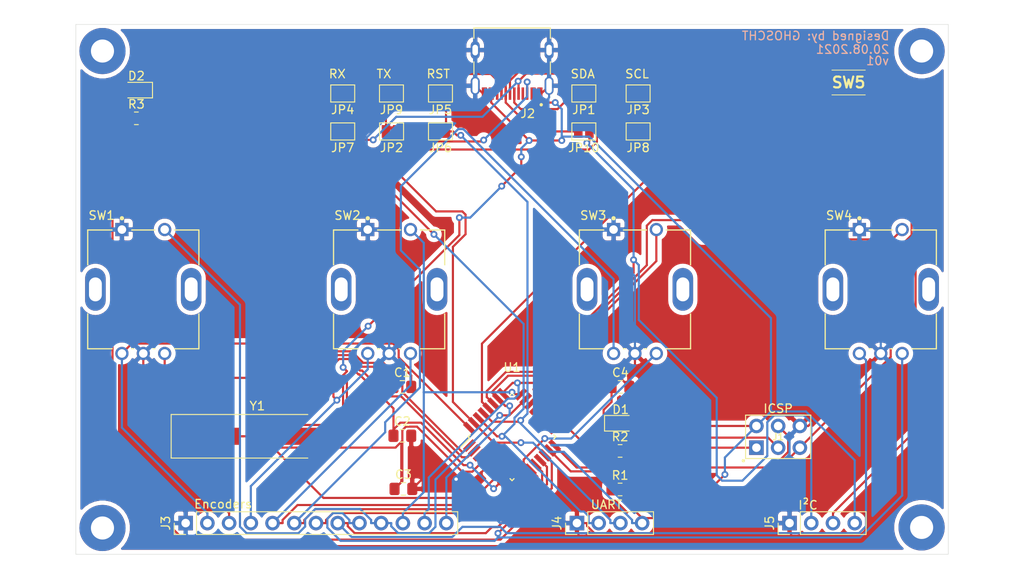
<source format=kicad_pcb>
(kicad_pcb (version 20171130) (host pcbnew "(5.1.10)-1")
  (title_block (title "LightControl Console") (date 2021-08-19) (rev v01) (comment 4 "Author: GHOSCHT"))
  (layers (0 F.Cu signal) (31 B.Cu signal) (34 B.Paste user) (35 F.Paste user) (36 B.SilkS user) (37 F.SilkS user) (38 B.Mask user) (39 F.Mask user) (44 Edge.Cuts user))
  (net 0 "")
  (net 1 "Net-(U1-Pad19)")
  (net 2 "Net-(U1-Pad20)")
  (net 3 "Net-(U1-Pad22)")
  (net 4 GND)
  (net 5 VCC)
  (net 6 XTAL1)
  (net 7 XTAL2)
  (net 8 "Net-(D1-Pad2)")
  (net 9 MOSI)
  (net 10 SCK)
  (net 11 MISO)
  (net 12 RST)
  (net 13 "Net-(J2-PadA6)")
  (net 14 "Net-(J2-PadB7)")
  (net 15 "Net-(J2-PadA5)")
  (net 16 "Net-(J2-PadB8)")
  (net 17 "Net-(J2-PadA7)")
  (net 18 "Net-(J2-PadB6)")
  (net 19 "Net-(J2-PadA8)")
  (net 20 "Net-(J2-PadB5)")
  (net 21 BTN4)
  (net 22 BTN3)
  (net 23 BTN2)
  (net 24 BTN1)
  (net 25 ENC4B)
  (net 26 ENC4A)
  (net 27 ENC3B)
  (net 28 ENC3A)
  (net 29 ENC2B)
  (net 30 ENC2A)
  (net 31 ENC1B)
  (net 32 ENC1A)
  (net 33 TX)
  (net 34 RX)
  (net 35 SDA)
  (net 36 SCL)
  (net 37 "Net-(D2-Pad2)")
  (net 38 LED)
  (net 39 "Net-(U1-Pad3)")
  (net 40 "Net-(U1-Pad6)")
  (module MountingHole:MountingHole_2.7mm_M2.5_Pad (layer F.Cu) (at 194.131 123.634)
    (fp_text reference PAD4 hide)
    (fp_text value MountingHole_2.7mm_M2.5_Pad)
    (pad 1 thru_hole circle (at 0 0) (size 5.4 5.4) (drill 2.7) (layers *.Cu *.Mask))
  )
  (module MountingHole:MountingHole_2.7mm_M2.5_Pad (layer F.Cu) (at 98.35 123.698)
    (fp_text reference PAD3 hide)
    (fp_text value MountingHole_2.7mm_M2.5_Pad)
    (pad 1 thru_hole circle (at 0 0) (size 5.4 5.4) (drill 2.7) (layers *.Cu *.Mask))
  )
  (module MountingHole:MountingHole_2.7mm_M2.5_Pad (layer F.Cu) (at 194.131 67.8815)
    (fp_text reference PAD2 hide)
    (fp_text value MountingHole_2.7mm_M2.5_Pad)
    (pad 1 thru_hole circle (at 0 0) (size 5.4 5.4) (drill 2.7) (layers *.Cu *.Mask))
  )
  (module MountingHole:MountingHole_2.7mm_M2.5_Pad (layer F.Cu) (at 98.35 67.8815)
    (fp_text reference PAD1 hide)
    (fp_text value MountingHole_2.7mm_M2.5_Pad)
    (pad 1 thru_hole circle (at 0 0) (size 5.4 5.4) (drill 2.7) (layers *.Cu *.Mask))
  )
  (module Capacitor_SMD:C_0805_2012Metric_Pad1.18x1.45mm_HandSolder (layer F.Cu) (at 133.414 107.188)
    (fp_text reference C1 (at 0 -1.68) (layer F.SilkS))
    (fp_text value 22p)
    (pad 1 smd roundrect (at -1.0375 0) (size 1.175 1.45) (layers F.Cu F.Paste F.Mask) (roundrect_rratio 0.2127659574468085) (net 6 XTAL1))
    (pad 2 smd roundrect (at 1.0375 0) (size 1.175 1.45) (layers F.Cu F.Paste F.Mask) (roundrect_rratio 0.2127659574468085) (net 4 GND))
  )
  (module Jumper:SolderJumper-2_P1.3mm_Open_Pad1.0x1.5mm (layer F.Cu) (at 160.985 77.2922)
    (fp_text reference JP8 (at 0 1.905) (layer F.SilkS))
    (fp_text value SolderJumper)
    (pad 2 smd rect (at 0.65 0) (size 1 1.5) (layers F.Cu F.Mask) (net 36 SCL))
    (pad 1 smd rect (at -0.65 0) (size 1 1.5) (layers F.Cu F.Mask) (net 14 "Net-(J2-PadB7)"))
  )
  (module AVR-ISP:AVR-ISP (layer F.Cu) (at 177.356 113.03)
    (fp_text reference J1 (at 0 0) (layer F.SilkS) (effects (font (size 0.787402 0.787402))))
    (fp_text value AVR-ISP-6)
    (fp_text user ICSP (at 0 -3.302) (layer F.SilkS))
    (pad 6 thru_hole circle (at 2.54 -1.27) (size 1.7 1.7) (drill 1) (layers *.Cu *.Mask) (net 4 GND))
    (pad 5 thru_hole circle (at 2.54 1.27) (size 1.7 1.7) (drill 1) (layers *.Cu *.Mask) (net 12 RST))
    (pad 1 thru_hole rect (at -2.54 1.27) (size 1.7 1.7) (drill 1) (layers *.Cu *.Mask) (net 11 MISO))
    (pad 2 thru_hole circle (at -2.54 -1.27) (size 1.7 1.7) (drill 1) (layers *.Cu *.Mask) (net 5 VCC))
    (pad 3 thru_hole circle (at 0 1.27) (size 1.7 1.7) (drill 1) (layers *.Cu *.Mask) (net 10 SCK))
    (pad 4 thru_hole circle (at 0 -1.27) (size 1.7 1.7) (drill 1) (layers *.Cu *.Mask) (net 9 MOSI))
  )
  (module Capacitor_SMD:C_0805_2012Metric_Pad1.18x1.45mm_HandSolder (layer F.Cu) (at 133.414 112.904)
    (fp_text reference C2 (at 0 -1.68) (layer F.SilkS))
    (fp_text value 22p)
    (pad 2 smd roundrect (at 1.0375 0) (size 1.175 1.45) (layers F.Cu F.Paste F.Mask) (roundrect_rratio 0.2127659574468085) (net 4 GND))
    (pad 1 smd roundrect (at -1.0375 0) (size 1.175 1.45) (layers F.Cu F.Paste F.Mask) (roundrect_rratio 0.2127659574468085) (net 7 XTAL2))
  )
  (module SKRKAEE020:SKRKAEE020 (layer F.Cu) (at 185.594 71.5645)
    (fp_text reference SW5 (at 0 0) (layer F.SilkS) (effects (font (size 1.27 1.27) (thickness 0.254))))
    (fp_text value SW_Push hide)
    (pad 1 smd rect (at -2.1 0) (size 0.8 2) (layers F.Cu F.Paste F.Mask) (net 12 RST))
    (pad 2 smd rect (at 2.1 0) (size 0.8 2) (layers F.Cu F.Paste F.Mask) (net 4 GND))
  )
  (module Resistor_SMD:R_0805_2012Metric_Pad1.20x1.40mm_HandSolder (layer F.Cu) (at 158.877 114.682)
    (fp_text reference R2 (at 0 -1.65) (layer F.SilkS))
    (fp_text value 200)
    (pad 1 smd roundrect (at -1 0) (size 1.2 1.4) (layers F.Cu F.Paste F.Mask) (roundrect_rratio 0.2083325) (net 8 "Net-(D1-Pad2)"))
    (pad 2 smd roundrect (at 1 0) (size 1.2 1.4) (layers F.Cu F.Paste F.Mask) (roundrect_rratio 0.2083325) (net 5 VCC))
  )
  (module Connector_PinHeader_2.54mm:PinHeader_1x04_P2.54mm_Vertical (layer F.Cu) (at 153.83 123.126 90)
    (fp_text reference J4 (at 0 -2.33 90) (layer F.SilkS))
    (fp_text value Conn_01x04)
    (pad 4 thru_hole oval (at 0 7.62 90) (size 1.7 1.7) (drill 1) (layers *.Cu *.Mask) (net 12 RST))
    (pad 3 thru_hole oval (at 0 5.08 90) (size 1.7 1.7) (drill 1) (layers *.Cu *.Mask) (net 33 TX))
    (pad 2 thru_hole oval (at 0 2.54 90) (size 1.7 1.7) (drill 1) (layers *.Cu *.Mask) (net 34 RX))
    (pad 1 thru_hole rect (at 0 0 90) (size 1.7 1.7) (drill 1) (layers *.Cu *.Mask) (net 4 GND))
  )
  (module Jumper:SolderJumper-2_P1.3mm_Open_Pad1.0x1.5mm (layer F.Cu) (at 154.635 72.8472 180)
    (fp_text reference JP1 (at 0 -1.905) (layer F.SilkS))
    (fp_text value SolderJumper)
    (pad 1 smd rect (at -0.65 0 180) (size 1 1.5) (layers F.Cu F.Mask) (net 35 SDA))
    (pad 2 smd rect (at 0.65 0 180) (size 1 1.5) (layers F.Cu F.Mask) (net 13 "Net-(J2-PadA6)"))
  )
  (module Jumper:SolderJumper-2_P1.3mm_Open_Pad1.0x1.5mm (layer F.Cu) (at 160.985 72.8472 180)
    (fp_text reference JP3 (at 0 -1.905) (layer F.SilkS))
    (fp_text value SolderJumper)
    (pad 2 smd rect (at 0.65 0 180) (size 1 1.5) (layers F.Cu F.Mask) (net 17 "Net-(J2-PadA7)"))
    (pad 1 smd rect (at -0.65 0 180) (size 1 1.5) (layers F.Cu F.Mask) (net 36 SCL))
  )
  (module Jumper:SolderJumper-2_P1.3mm_Open_Pad1.0x1.5mm (layer F.Cu) (at 154.635 77.2922)
    (fp_text reference JP10 (at 0 1.905) (layer F.SilkS))
    (fp_text value SolderJumper)
    (pad 2 smd rect (at 0.65 0) (size 1 1.5) (layers F.Cu F.Mask) (net 35 SDA))
    (pad 1 smd rect (at -0.65 0) (size 1 1.5) (layers F.Cu F.Mask) (net 18 "Net-(J2-PadB6)"))
  )
  (module Jumper:SolderJumper-2_P1.3mm_Bridged2Bar_Pad1.0x1.5mm (layer F.Cu) (at 132.156 77.2922)
    (fp_text reference JP2 (at 0 1.905) (layer F.SilkS))
    (fp_text value SolderJumper_Bridged)
    (fp_poly (pts (xy -0.25 -0.6) (xy 0.25 -0.6) (xy 0.25 -0.2) (xy -0.25 -0.2)) (layer F.Cu) (width 0))
    (fp_poly (pts (xy -0.25 0.2) (xy 0.25 0.2) (xy 0.25 0.6) (xy -0.25 0.6)) (layer F.Cu) (width 0))
    (pad 2 smd rect (at 0.65 0) (size 1 1.5) (layers F.Cu F.Mask) (net 13 "Net-(J2-PadA6)"))
    (pad 1 smd rect (at -0.65 0) (size 1 1.5) (layers F.Cu F.Mask) (net 33 TX))
  )
  (module Jumper:SolderJumper-2_P1.3mm_Bridged2Bar_Pad1.0x1.5mm (layer F.Cu) (at 132.141 72.8472 180)
    (fp_text reference JP9 (at 0 -1.905) (layer F.SilkS))
    (fp_text value SolderJumper_Bridged)
    (fp_poly (pts (xy -0.25 -0.6) (xy 0.25 -0.6) (xy 0.25 -0.2) (xy -0.25 -0.2)) (layer F.Cu) (width 0))
    (fp_poly (pts (xy -0.25 0.2) (xy 0.25 0.2) (xy 0.25 0.6) (xy -0.25 0.6)) (layer F.Cu) (width 0))
    (pad 2 smd rect (at 0.65 0 180) (size 1 1.5) (layers F.Cu F.Mask) (net 33 TX))
    (pad 1 smd rect (at -0.65 0 180) (size 1 1.5) (layers F.Cu F.Mask) (net 18 "Net-(J2-PadB6)"))
  )
  (module LED_SMD:LED_0805_2012Metric_Castellated (layer F.Cu) (at 158.94 111.442)
    (fp_text reference D1 (at 0 -1.6) (layer F.SilkS))
    (fp_text value 17-21/BHC-XL2M2TY/3T)
    (pad 1 smd roundrect (at -0.9625 0) (size 1.325 1.3) (layers F.Cu F.Paste F.Mask) (roundrect_rratio 0.1923069230769231) (net 4 GND))
    (pad 2 smd roundrect (at 0.9625 0) (size 1.325 1.3) (layers F.Cu F.Paste F.Mask) (roundrect_rratio 0.1923069230769231) (net 8 "Net-(D1-Pad2)"))
  )
  (module Connector_PinHeader_2.54mm:PinHeader_1x13_P2.54mm_Vertical (layer F.Cu) (at 108.077 123.126 90)
    (fp_text reference J3 (at 0 -2.33 90) (layer F.SilkS))
    (fp_text value Conn_01x13)
    (pad 13 thru_hole oval (at 0 30.48 90) (size 1.7 1.7) (drill 1) (layers *.Cu *.Mask) (net 21 BTN4))
    (pad 12 thru_hole oval (at 0 27.94 90) (size 1.7 1.7) (drill 1) (layers *.Cu *.Mask) (net 22 BTN3))
    (pad 11 thru_hole oval (at 0 25.4 90) (size 1.7 1.7) (drill 1) (layers *.Cu *.Mask) (net 23 BTN2))
    (pad 10 thru_hole oval (at 0 22.86 90) (size 1.7 1.7) (drill 1) (layers *.Cu *.Mask) (net 24 BTN1))
    (pad 9 thru_hole oval (at 0 20.32 90) (size 1.7 1.7) (drill 1) (layers *.Cu *.Mask) (net 25 ENC4B))
    (pad 8 thru_hole oval (at 0 17.78 90) (size 1.7 1.7) (drill 1) (layers *.Cu *.Mask) (net 26 ENC4A))
    (pad 7 thru_hole oval (at 0 15.24 90) (size 1.7 1.7) (drill 1) (layers *.Cu *.Mask) (net 27 ENC3B))
    (pad 6 thru_hole oval (at 0 12.7 90) (size 1.7 1.7) (drill 1) (layers *.Cu *.Mask) (net 28 ENC3A))
    (pad 5 thru_hole oval (at 0 10.16 90) (size 1.7 1.7) (drill 1) (layers *.Cu *.Mask) (net 29 ENC2B))
    (pad 4 thru_hole oval (at 0 7.62 90) (size 1.7 1.7) (drill 1) (layers *.Cu *.Mask) (net 30 ENC2A))
    (pad 3 thru_hole oval (at 0 5.08 90) (size 1.7 1.7) (drill 1) (layers *.Cu *.Mask) (net 31 ENC1B))
    (pad 2 thru_hole oval (at 0 2.54 90) (size 1.7 1.7) (drill 1) (layers *.Cu *.Mask) (net 32 ENC1A))
    (pad 1 thru_hole rect (at 0 0 90) (size 1.7 1.7) (drill 1) (layers *.Cu *.Mask) (net 4 GND))
  )
  (module Connector_PinHeader_2.54mm:PinHeader_1x04_P2.54mm_Vertical (layer F.Cu) (at 178.689 123.126 90)
    (fp_text reference J5 (at 0 -2.33 90) (layer F.SilkS))
    (fp_text value Conn_01x04)
    (pad 4 thru_hole oval (at 0 7.62 90) (size 1.7 1.7) (drill 1) (layers *.Cu *.Mask) (net 5 VCC))
    (pad 3 thru_hole oval (at 0 5.08 90) (size 1.7 1.7) (drill 1) (layers *.Cu *.Mask) (net 36 SCL))
    (pad 2 thru_hole oval (at 0 2.54 90) (size 1.7 1.7) (drill 1) (layers *.Cu *.Mask) (net 35 SDA))
    (pad 1 thru_hole rect (at 0 0 90) (size 1.7 1.7) (drill 1) (layers *.Cu *.Mask) (net 4 GND))
  )
  (module Bourns-PEC11R-4220F-S0012:Bourns-PEC11R-4220F-S0012-MFG (layer F.Cu) (at 103.124 95.7738)
    (fp_text reference SW1 (at -6.5 -8.65) (layer F.SilkS) (effects (justify left)))
    (fp_text value PEC11R-4220F-S0012)
    (pad S1 thru_hole rect (at -2.5 -7) (size 1.55 1.55) (drill 1) (layers *.Cu *.Mask) (net 4 GND))
    (pad S2 thru_hole circle (at 2.5 -7) (size 1.55 1.55) (drill 1) (layers *.Cu *.Mask) (net 24 BTN1))
    (pad A thru_hole circle (at -2.5 7.5) (size 1.55 1.55) (drill 1) (layers *.Cu *.Mask) (net 32 ENC1A))
    (pad C thru_hole circle (at 0 7.5) (size 1.55 1.55) (drill 1) (layers *.Cu *.Mask) (net 4 GND))
    (pad B thru_hole circle (at 2.5 7.5) (size 1.55 1.55) (drill 1) (layers *.Cu *.Mask) (net 31 ENC1B))
    (pad 3 thru_hole roundrect (at -5.6 0) (size 2.4 5) (drill oval 1.5 2.8) (layers *.Cu *.Mask) (roundrect_rratio 0.5))
    (pad 4 thru_hole roundrect (at 5.6 0) (size 2.4 5) (drill oval 1.5 2.8) (layers *.Cu *.Mask) (roundrect_rratio 0.5))
  )
  (module Crystal:Crystal_SMD_HC49-SD_HandSoldering (layer F.Cu) (at 116.459 112.966)
    (fp_text reference Y1 (at 0 -3.55) (layer F.SilkS))
    (fp_text value 16MHz)
    (pad 2 smd rect (at 5.9375 0) (size 7.875 2) (layers F.Cu F.Paste F.Mask) (net 7 XTAL2))
    (pad 1 smd rect (at -5.9375 0) (size 7.875 2) (layers F.Cu F.Paste F.Mask) (net 6 XTAL1))
  )
  (module HRO_TYPE-C-31-M-12:HRO_TYPE-C-31-M-12 (layer F.Cu) (at 146.253 67.7672 180)
    (fp_text reference J2 (at -1.825 -7.435) (layer F.SilkS))
    (fp_text value TYPE-C-31-M-12)
    (pad A1B12 smd rect (at -3.25 -5.095 180) (size 0.6 1.45) (layers F.Cu F.Paste F.Mask) (net 4 GND))
    (pad A4B9 smd rect (at -2.45 -5.095 180) (size 0.6 1.45) (layers F.Cu F.Paste F.Mask) (net 5 VCC))
    (pad A6 smd rect (at -0.25 -5.095 180) (size 0.3 1.45) (layers F.Cu F.Paste F.Mask) (net 13 "Net-(J2-PadA6)"))
    (pad B7 smd rect (at -0.75 -5.095 180) (size 0.3 1.45) (layers F.Cu F.Paste F.Mask) (net 14 "Net-(J2-PadB7)"))
    (pad A5 smd rect (at -1.25 -5.095 180) (size 0.3 1.45) (layers F.Cu F.Paste F.Mask) (net 15 "Net-(J2-PadA5)"))
    (pad B8 smd rect (at -1.75 -5.095 180) (size 0.3 1.45) (layers F.Cu F.Paste F.Mask) (net 16 "Net-(J2-PadB8)"))
    (pad A7 smd rect (at 0.25 -5.095 180) (size 0.3 1.45) (layers F.Cu F.Paste F.Mask) (net 17 "Net-(J2-PadA7)"))
    (pad B6 smd rect (at 0.75 -5.095 180) (size 0.3 1.45) (layers F.Cu F.Paste F.Mask) (net 18 "Net-(J2-PadB6)"))
    (pad A8 smd rect (at 1.25 -5.095 180) (size 0.3 1.45) (layers F.Cu F.Paste F.Mask) (net 19 "Net-(J2-PadA8)"))
    (pad B5 smd rect (at 1.75 -5.095 180) (size 0.3 1.45) (layers F.Cu F.Paste F.Mask) (net 20 "Net-(J2-PadB5)"))
    (pad B4A9 smd rect (at 2.45 -5.095 180) (size 0.6 1.45) (layers F.Cu F.Paste F.Mask) (net 5 VCC))
    (pad B1A12 smd rect (at 3.25 -5.095 180) (size 0.6 1.45) (layers F.Cu F.Paste F.Mask) (net 4 GND))
    (pad S1 thru_hole oval (at -4.32 -4.18 180) (size 1.05 2.1) (drill oval 0.65 1.75) (layers *.Cu *.Mask) (net 4 GND))
    (pad S2 thru_hole oval (at 4.32 -4.18 180) (size 1.05 2.1) (drill oval 0.65 1.75) (layers *.Cu *.Mask) (net 4 GND))
    (pad S3 thru_hole oval (at -4.32 0 180) (size 1.05 2.1) (drill oval 0.65 1.25) (layers *.Cu *.Mask) (net 4 GND))
    (pad S4 thru_hole oval (at 4.32 0 180) (size 1.05 2.1) (drill oval 0.65 1.25) (layers *.Cu *.Mask) (net 4 GND))
    (pad None np_thru_hole circle (at -2.89 -3.65 180) (size 0.7 0.7) (drill 0.7) (layers *.Cu *.Mask))
    (pad None np_thru_hole circle (at 2.89 -3.65 180) (size 0.7 0.7) (drill 0.7) (layers *.Cu *.Mask))
  )
  (module Capacitor_SMD:C_0805_2012Metric_Pad1.18x1.45mm_HandSolder (layer F.Cu) (at 133.54 119.126)
    (fp_text reference C3 (at 0 -1.68) (layer F.SilkS))
    (fp_text value 100n)
    (pad 1 smd roundrect (at -1.0375 0) (size 1.175 1.45) (layers F.Cu F.Paste F.Mask) (roundrect_rratio 0.2127659574468085) (net 5 VCC))
    (pad 2 smd roundrect (at 1.0375 0) (size 1.175 1.45) (layers F.Cu F.Paste F.Mask) (roundrect_rratio 0.2127659574468085) (net 4 GND))
  )
  (module Jumper:SolderJumper-2_P1.3mm_Bridged2Bar_Pad1.0x1.5mm (layer F.Cu) (at 126.441 72.8472)
    (fp_text reference JP4 (at 0 1.905) (layer F.SilkS))
    (fp_text value SolderJumper_Bridged)
    (fp_poly (pts (xy -0.25 0.2) (xy 0.25 0.2) (xy 0.25 0.6) (xy -0.25 0.6)) (layer F.Cu) (width 0))
    (fp_poly (pts (xy -0.25 -0.6) (xy 0.25 -0.6) (xy 0.25 -0.2) (xy -0.25 -0.2)) (layer F.Cu) (width 0))
    (pad 1 smd rect (at -0.65 0) (size 1 1.5) (layers F.Cu F.Mask) (net 34 RX))
    (pad 2 smd rect (at 0.65 0) (size 1 1.5) (layers F.Cu F.Mask) (net 17 "Net-(J2-PadA7)"))
  )
  (module Resistor_SMD:R_0805_2012Metric_Pad1.20x1.40mm_HandSolder (layer F.Cu) (at 158.877 119.19)
    (fp_text reference R1 (at 0 -1.65) (layer F.SilkS))
    (fp_text value 10k)
    (pad 1 smd roundrect (at -1 0) (size 1.2 1.4) (layers F.Cu F.Paste F.Mask) (roundrect_rratio 0.2083325) (net 12 RST))
    (pad 2 smd roundrect (at 1 0) (size 1.2 1.4) (layers F.Cu F.Paste F.Mask) (roundrect_rratio 0.2083325) (net 5 VCC))
  )
  (module Jumper:SolderJumper-2_P1.3mm_Bridged2Bar_Pad1.0x1.5mm (layer F.Cu) (at 137.871 72.8472 180)
    (fp_text reference JP5 (at 0 -1.905) (layer F.SilkS))
    (fp_text value SolderJumper_Bridged)
    (fp_poly (pts (xy -0.25 -0.6) (xy 0.25 -0.6) (xy 0.25 -0.2) (xy -0.25 -0.2)) (layer F.Cu) (width 0))
    (fp_poly (pts (xy -0.25 0.2) (xy 0.25 0.2) (xy 0.25 0.6) (xy -0.25 0.6)) (layer F.Cu) (width 0))
    (pad 2 smd rect (at 0.65 0 180) (size 1 1.5) (layers F.Cu F.Mask) (net 19 "Net-(J2-PadA8)"))
    (pad 1 smd rect (at -0.65 0 180) (size 1 1.5) (layers F.Cu F.Mask) (net 12 RST))
  )
  (module Jumper:SolderJumper-2_P1.3mm_Bridged2Bar_Pad1.0x1.5mm (layer F.Cu) (at 137.871 77.2922)
    (fp_text reference JP6 (at 0 1.905) (layer F.SilkS))
    (fp_text value SolderJumper_Bridged)
    (fp_poly (pts (xy -0.25 0.2) (xy 0.25 0.2) (xy 0.25 0.6) (xy -0.25 0.6)) (layer F.Cu) (width 0))
    (fp_poly (pts (xy -0.25 -0.6) (xy 0.25 -0.6) (xy 0.25 -0.2) (xy -0.25 -0.2)) (layer F.Cu) (width 0))
    (pad 1 smd rect (at -0.65 0) (size 1 1.5) (layers F.Cu F.Mask) (net 16 "Net-(J2-PadB8)"))
    (pad 2 smd rect (at 0.65 0) (size 1 1.5) (layers F.Cu F.Mask) (net 12 RST))
  )
  (module Jumper:SolderJumper-2_P1.3mm_Bridged2Bar_Pad1.0x1.5mm (layer F.Cu) (at 126.441 77.2922 180)
    (fp_text reference JP7 (at 0 -1.905) (layer F.SilkS))
    (fp_text value SolderJumper_Bridged)
    (fp_poly (pts (xy -0.25 0.2) (xy 0.25 0.2) (xy 0.25 0.6) (xy -0.25 0.6)) (layer F.Cu) (width 0))
    (fp_poly (pts (xy -0.25 -0.6) (xy 0.25 -0.6) (xy 0.25 -0.2) (xy -0.25 -0.2)) (layer F.Cu) (width 0))
    (pad 1 smd rect (at -0.65 0 180) (size 1 1.5) (layers F.Cu F.Mask) (net 14 "Net-(J2-PadB7)"))
    (pad 2 smd rect (at 0.65 0 180) (size 1 1.5) (layers F.Cu F.Mask) (net 34 RX))
  )
  (module Package_QFP:TQFP-32_7x7mm_P0.8mm (layer F.Cu) (at 146.24 113.03 45)
    (fp_text reference U1 (at 5.747364 -5.747364 180) (layer F.SilkS))
    (fp_text value ATmega328PB-AU)
    (pad 1 smd rect (at -4.25 -2.8 45) (size 1.6 0.55) (layers F.Cu F.Paste F.Mask) (net 31 ENC1B))
    (pad 2 smd rect (at -4.25 -2 45) (size 1.6 0.55) (layers F.Cu F.Paste F.Mask) (net 30 ENC2A))
    (pad 3 smd rect (at -4.25 -1.2 45) (size 1.6 0.55) (layers F.Cu F.Paste F.Mask) (net 39 "Net-(U1-Pad3)"))
    (pad 4 smd rect (at -4.25 -0.4 45) (size 1.6 0.55) (layers F.Cu F.Paste F.Mask) (net 5 VCC))
    (pad 5 smd rect (at -4.25 0.4 45) (size 1.6 0.55) (layers F.Cu F.Paste F.Mask) (net 4 GND))
    (pad 6 smd rect (at -4.25 1.2 45) (size 1.6 0.55) (layers F.Cu F.Paste F.Mask) (net 40 "Net-(U1-Pad6)"))
    (pad 7 smd rect (at -4.25 2 45) (size 1.6 0.55) (layers F.Cu F.Paste F.Mask) (net 6 XTAL1))
    (pad 8 smd rect (at -4.25 2.8 45) (size 1.6 0.55) (layers F.Cu F.Paste F.Mask) (net 7 XTAL2))
    (pad 9 smd rect (at -2.8 4.25 135) (size 1.6 0.55) (layers F.Cu F.Paste F.Mask) (net 29 ENC2B))
    (pad 10 smd rect (at -2 4.25 135) (size 1.6 0.55) (layers F.Cu F.Paste F.Mask) (net 28 ENC3A))
    (pad 11 smd rect (at -1.2 4.25 135) (size 1.6 0.55) (layers F.Cu F.Paste F.Mask) (net 27 ENC3B))
    (pad 12 smd rect (at -0.4 4.25 135) (size 1.6 0.55) (layers F.Cu F.Paste F.Mask) (net 26 ENC4A))
    (pad 13 smd rect (at 0.4 4.25 135) (size 1.6 0.55) (layers F.Cu F.Paste F.Mask) (net 25 ENC4B))
    (pad 14 smd rect (at 1.2 4.25 135) (size 1.6 0.55) (layers F.Cu F.Paste F.Mask) (net 38 LED))
    (pad 15 smd rect (at 2 4.25 135) (size 1.6 0.55) (layers F.Cu F.Paste F.Mask) (net 9 MOSI))
    (pad 16 smd rect (at 2.8 4.25 135) (size 1.6 0.55) (layers F.Cu F.Paste F.Mask) (net 11 MISO))
    (pad 17 smd rect (at 4.25 2.8 45) (size 1.6 0.55) (layers F.Cu F.Paste F.Mask) (net 10 SCK))
    (pad 18 smd rect (at 4.25 2 45) (size 1.6 0.55) (layers F.Cu F.Paste F.Mask) (net 5 VCC))
    (pad 19 smd rect (at 4.25 1.2 45) (size 1.6 0.55) (layers F.Cu F.Paste F.Mask) (net 1 "Net-(U1-Pad19)"))
    (pad 20 smd rect (at 4.25 0.4 45) (size 1.6 0.55) (layers F.Cu F.Paste F.Mask) (net 2 "Net-(U1-Pad20)"))
    (pad 21 smd rect (at 4.25 -0.4 45) (size 1.6 0.55) (layers F.Cu F.Paste F.Mask) (net 4 GND))
    (pad 22 smd rect (at 4.25 -1.2 45) (size 1.6 0.55) (layers F.Cu F.Paste F.Mask) (net 3 "Net-(U1-Pad22)"))
    (pad 23 smd rect (at 4.25 -2 45) (size 1.6 0.55) (layers F.Cu F.Paste F.Mask) (net 24 BTN1))
    (pad 24 smd rect (at 4.25 -2.8 45) (size 1.6 0.55) (layers F.Cu F.Paste F.Mask) (net 23 BTN2))
    (pad 25 smd rect (at 2.8 -4.25 135) (size 1.6 0.55) (layers F.Cu F.Paste F.Mask) (net 22 BTN3))
    (pad 26 smd rect (at 2 -4.25 135) (size 1.6 0.55) (layers F.Cu F.Paste F.Mask) (net 21 BTN4))
    (pad 27 smd rect (at 1.2 -4.25 135) (size 1.6 0.55) (layers F.Cu F.Paste F.Mask) (net 35 SDA))
    (pad 28 smd rect (at 0.4 -4.25 135) (size 1.6 0.55) (layers F.Cu F.Paste F.Mask) (net 36 SCL))
    (pad 29 smd rect (at -0.4 -4.25 135) (size 1.6 0.55) (layers F.Cu F.Paste F.Mask) (net 12 RST))
    (pad 30 smd rect (at -1.2 -4.25 135) (size 1.6 0.55) (layers F.Cu F.Paste F.Mask) (net 34 RX))
    (pad 31 smd rect (at -2 -4.25 135) (size 1.6 0.55) (layers F.Cu F.Paste F.Mask) (net 33 TX))
    (pad 32 smd rect (at -2.8 -4.25 135) (size 1.6 0.55) (layers F.Cu F.Paste F.Mask) (net 32 ENC1A))
  )
  (module Bourns-PEC11R-4220F-S0012:Bourns-PEC11R-4220F-S0012-MFG (layer F.Cu) (at 131.868 95.7738)
    (fp_text reference SW2 (at -6.5 -8.65) (layer F.SilkS) (effects (justify left)))
    (fp_text value PEC11R-4220F-S0012)
    (pad 4 thru_hole roundrect (at 5.6 0) (size 2.4 5) (drill oval 1.5 2.8) (layers *.Cu *.Mask) (roundrect_rratio 0.5))
    (pad 3 thru_hole roundrect (at -5.6 0) (size 2.4 5) (drill oval 1.5 2.8) (layers *.Cu *.Mask) (roundrect_rratio 0.5))
    (pad B thru_hole circle (at 2.5 7.5) (size 1.55 1.55) (drill 1) (layers *.Cu *.Mask) (net 29 ENC2B))
    (pad C thru_hole circle (at 0 7.5) (size 1.55 1.55) (drill 1) (layers *.Cu *.Mask) (net 4 GND))
    (pad A thru_hole circle (at -2.5 7.5) (size 1.55 1.55) (drill 1) (layers *.Cu *.Mask) (net 30 ENC2A))
    (pad S2 thru_hole circle (at 2.5 -7) (size 1.55 1.55) (drill 1) (layers *.Cu *.Mask) (net 23 BTN2))
    (pad S1 thru_hole rect (at -2.5 -7) (size 1.55 1.55) (drill 1) (layers *.Cu *.Mask) (net 4 GND))
  )
  (module LED_SMD:LED_0805_2012Metric_Castellated (layer F.Cu) (at 102.314 72.4535 180)
    (fp_text reference D2 (at 0 1.651) (layer F.SilkS))
    (fp_text value 17-21/BHC-XL2M2TY/3T)
    (pad 1 smd roundrect (at -0.9625 0 180) (size 1.325 1.3) (layers F.Cu F.Paste F.Mask) (roundrect_rratio 0.1923069230769231) (net 4 GND))
    (pad 2 smd roundrect (at 0.9625 0 180) (size 1.325 1.3) (layers F.Cu F.Paste F.Mask) (roundrect_rratio 0.1923069230769231) (net 37 "Net-(D2-Pad2)"))
  )
  (module Resistor_SMD:R_0805_2012Metric_Pad1.20x1.40mm_HandSolder (layer F.Cu) (at 102.314 75.7555 180)
    (fp_text reference R3 (at 0 1.651) (layer F.SilkS))
    (fp_text value 200)
    (pad 1 smd roundrect (at -1 0 180) (size 1.2 1.4) (layers F.Cu F.Paste F.Mask) (roundrect_rratio 0.2083325) (net 37 "Net-(D2-Pad2)"))
    (pad 2 smd roundrect (at 1 0 180) (size 1.2 1.4) (layers F.Cu F.Paste F.Mask) (roundrect_rratio 0.2083325) (net 38 LED))
  )
  (module Bourns-PEC11R-4220F-S0012:Bourns-PEC11R-4220F-S0012-MFG (layer F.Cu) (at 160.613 95.7738)
    (fp_text reference SW3 (at -6.5 -8.65) (layer F.SilkS) (effects (justify left)))
    (fp_text value PEC11R-4220F-S0012)
    (pad S1 thru_hole rect (at -2.5 -7) (size 1.55 1.55) (drill 1) (layers *.Cu *.Mask) (net 4 GND))
    (pad S2 thru_hole circle (at 2.5 -7) (size 1.55 1.55) (drill 1) (layers *.Cu *.Mask) (net 22 BTN3))
    (pad A thru_hole circle (at -2.5 7.5) (size 1.55 1.55) (drill 1) (layers *.Cu *.Mask) (net 28 ENC3A))
    (pad C thru_hole circle (at 0 7.5) (size 1.55 1.55) (drill 1) (layers *.Cu *.Mask) (net 4 GND))
    (pad B thru_hole circle (at 2.5 7.5) (size 1.55 1.55) (drill 1) (layers *.Cu *.Mask) (net 27 ENC3B))
    (pad 3 thru_hole roundrect (at -5.6 0) (size 2.4 5) (drill oval 1.5 2.8) (layers *.Cu *.Mask) (roundrect_rratio 0.5))
    (pad 4 thru_hole roundrect (at 5.6 0) (size 2.4 5) (drill oval 1.5 2.8) (layers *.Cu *.Mask) (roundrect_rratio 0.5))
  )
  (module Bourns-PEC11R-4220F-S0012:Bourns-PEC11R-4220F-S0012-MFG (layer F.Cu) (at 189.357 95.7738)
    (fp_text reference SW4 (at -6.5 -8.65) (layer F.SilkS) (effects (justify left)))
    (fp_text value PEC11R-4220F-S0012)
    (pad 4 thru_hole roundrect (at 5.6 0) (size 2.4 5) (drill oval 1.5 2.8) (layers *.Cu *.Mask) (roundrect_rratio 0.5))
    (pad 3 thru_hole roundrect (at -5.6 0) (size 2.4 5) (drill oval 1.5 2.8) (layers *.Cu *.Mask) (roundrect_rratio 0.5))
    (pad B thru_hole circle (at 2.5 7.5) (size 1.55 1.55) (drill 1) (layers *.Cu *.Mask) (net 25 ENC4B))
    (pad C thru_hole circle (at 0 7.5) (size 1.55 1.55) (drill 1) (layers *.Cu *.Mask) (net 4 GND))
    (pad A thru_hole circle (at -2.5 7.5) (size 1.55 1.55) (drill 1) (layers *.Cu *.Mask) (net 26 ENC4A))
    (pad S2 thru_hole circle (at 2.5 -7) (size 1.55 1.55) (drill 1) (layers *.Cu *.Mask) (net 21 BTN4))
    (pad S1 thru_hole rect (at -2.5 -7) (size 1.55 1.55) (drill 1) (layers *.Cu *.Mask) (net 4 GND))
  )
  (module Capacitor_SMD:C_0805_2012Metric_Pad1.18x1.45mm_HandSolder (layer F.Cu) (at 158.919 107.188)
    (fp_text reference C4 (at 0 -1.68) (layer F.SilkS))
    (fp_text value 100n)
    (pad 1 smd roundrect (at -1.0375 0) (size 1.175 1.45) (layers F.Cu F.Paste F.Mask) (roundrect_rratio 0.2127659574468085) (net 5 VCC))
    (pad 2 smd roundrect (at 1.0375 0) (size 1.175 1.45) (layers F.Cu F.Paste F.Mask) (roundrect_rratio 0.2127659574468085) (net 4 GND))
  )
  (gr_text 20.08.2021 (at 186.055 67.691) (layer B.SilkS) (effects (font (size 1 1)) (justify mirror)))
  (gr_text Encoders (at 112.4585 120.904) (layer F.SilkS) (effects (font (size 1 1))))
  (gr_text UART (at 157.2895 120.9675) (layer F.SilkS) (effects (font (size 1 1))))
  (gr_text I²C (at 180.848 121.031) (layer F.SilkS) (effects (font (size 1 1))))
  (gr_text "Designed by: GHOSCHT" (at 181.737 66.1035) (layer B.SilkS) (effects (font (size 1 1)) (justify mirror)))
  (gr_text v01 (at 188.976 69.0245) (layer B.SilkS) (effects (font (size 1 1)) (justify mirror)))
  (gr_line (start 197.2425 64.77) (end 197.2425 126.7775) (layer Edge.Cuts) (width 0.05))
  (gr_line (start 95.2385 64.77) (end 95.2385 126.7775) (layer Edge.Cuts) (width 0.05))
  (gr_line (start 197.2425 64.77) (end 95.2385 64.77) (layer Edge.Cuts) (width 0.05))
  (gr_line (start 95.2385 126.7775) (end 197.2425 126.7775) (layer Edge.Cuts) (width 0.05))
  (gr_text RST (at 137.6172 70.5612) (layer F.SilkS) (effects (font (size 1 1))))
  (gr_text TX (at 131.2672 70.5612) (layer F.SilkS) (effects (font (size 1 1))))
  (gr_text RX (at 125.8062 70.5612) (layer F.SilkS) (effects (font (size 1 1))))
  (gr_text SCL (at 160.8582 70.5612) (layer F.SilkS) (effects (font (size 1 1))))
  (gr_text SDA (at 154.5082 70.5612) (layer F.SilkS) (effects (font (size 1 1))))
  (segment (start 189.357 103.2738) (end 180.8708 111.76) (width 0.25) (layer F.Cu) (net 4))
  (segment (start 180.8708 111.76) (end 179.896 111.76) (width 0.25) (layer F.Cu) (net 4))
  (segment (start 159.9565 110.4525) (end 178.5885 110.4525) (width 0.25) (layer F.Cu) (net 4))
  (segment (start 178.5885 110.4525) (end 179.896 111.76) (width 0.25) (layer F.Cu) (net 4))
  (segment (start 150.573 71.9472) (end 149.658 72.8622) (width 0.25) (layer F.Cu) (net 4))
  (segment (start 149.658 72.8622) (end 149.503 72.8622) (width 0.25) (layer F.Cu) (net 4))
  (segment (start 141.933 71.9472) (end 135.3029 71.9472) (width 0.25) (layer B.Cu) (net 4))
  (segment (start 135.3029 71.9472) (end 129.2482 78.0019) (width 0.25) (layer B.Cu) (net 4))
  (segment (start 129.2482 78.0019) (end 129.2482 87.5537) (width 0.25) (layer B.Cu) (net 4))
  (segment (start 129.2482 87.5537) (end 129.368 87.6735) (width 0.25) (layer B.Cu) (net 4))
  (segment (start 129.368 88.7738) (end 129.368 87.6735) (width 0.25) (layer B.Cu) (net 4))
  (segment (start 141.933 67.7672) (end 141.933 71.9472) (width 0.25) (layer B.Cu) (net 4))
  (segment (start 150.573 71.9472) (end 150.573 73.3225) (width 0.25) (layer B.Cu) (net 4))
  (segment (start 187.694 71.5645) (end 186.9687 71.5645) (width 0.25) (layer F.Cu) (net 4))
  (segment (start 186.857 88.7738) (end 186.857 87.6735) (width 0.25) (layer F.Cu) (net 4))
  (segment (start 186.857 87.6735) (end 182.7686 83.5851) (width 0.25) (layer F.Cu) (net 4))
  (segment (start 182.7686 83.5851) (end 182.7686 70.3923) (width 0.25) (layer F.Cu) (net 4))
  (segment (start 182.7686 70.3923) (end 182.9218 70.2391) (width 0.25) (layer F.Cu) (net 4))
  (segment (start 182.9218 70.2391) (end 185.6433 70.2391) (width 0.25) (layer F.Cu) (net 4))
  (segment (start 185.6433 70.2391) (end 186.9687 71.5645) (width 0.25) (layer F.Cu) (net 4))
  (segment (start 150.573 73.3225) (end 150.496 73.3995) (width 0.25) (layer B.Cu) (net 4))
  (segment (start 150.496 73.3995) (end 150.496 80.0565) (width 0.25) (layer B.Cu) (net 4))
  (segment (start 150.496 80.0565) (end 158.113 87.6735) (width 0.25) (layer B.Cu) (net 4))
  (segment (start 158.113 89.8741) (end 158.113 91.721) (width 0.25) (layer B.Cu) (net 4))
  (segment (start 158.113 91.721) (end 160.613 94.221) (width 0.25) (layer B.Cu) (net 4))
  (segment (start 160.613 94.221) (end 160.613 103.2738) (width 0.25) (layer B.Cu) (net 4))
  (segment (start 159.9565 106.1341) (end 159.9565 107.188) (width 0.25) (layer F.Cu) (net 4))
  (segment (start 160.613 103.2738) (end 160.613 105.4776) (width 0.25) (layer F.Cu) (net 4))
  (segment (start 160.613 105.4776) (end 159.9565 106.1341) (width 0.25) (layer F.Cu) (net 4))
  (segment (start 157.9775 111.442) (end 158.967 110.4525) (width 0.25) (layer F.Cu) (net 4))
  (segment (start 158.967 110.4525) (end 159.9565 110.4525) (width 0.25) (layer F.Cu) (net 4))
  (segment (start 159.9565 107.188) (end 159.9565 110.4525) (width 0.25) (layer F.Cu) (net 4))
  (segment (start 131.868 103.2738) (end 134.4515 105.8573) (width 0.25) (layer F.Cu) (net 4))
  (segment (start 134.4515 105.8573) (end 134.4515 107.188) (width 0.25) (layer F.Cu) (net 4))
  (segment (start 129.368 88.7738) (end 129.368 89.8741) (width 0.25) (layer B.Cu) (net 4))
  (segment (start 129.368 89.8741) (end 131.868 92.3741) (width 0.25) (layer B.Cu) (net 4))
  (segment (start 131.868 92.3741) (end 131.868 103.2738) (width 0.25) (layer B.Cu) (net 4))
  (segment (start 104.2898 84.0077) (end 100.624 87.6735) (width 0.25) (layer F.Cu) (net 4))
  (segment (start 103.2765 72.4535) (end 104.2898 73.4668) (width 0.25) (layer F.Cu) (net 4))
  (segment (start 104.2898 73.4668) (end 104.2898 84.0077) (width 0.25) (layer F.Cu) (net 4))
  (segment (start 104.2898 84.0077) (end 123.5016 84.0077) (width 0.25) (layer F.Cu) (net 4))
  (segment (start 123.5016 84.0077) (end 128.2677 88.7738) (width 0.25) (layer F.Cu) (net 4))
  (segment (start 129.368 88.7738) (end 128.2677 88.7738) (width 0.25) (layer F.Cu) (net 4))
  (segment (start 100.624 88.7738) (end 100.624 87.6735) (width 0.25) (layer F.Cu) (net 4))
  (segment (start 186.857 88.7738) (end 186.857 89.8741) (width 0.25) (layer B.Cu) (net 4))
  (segment (start 189.357 103.2738) (end 189.357 92.3741) (width 0.25) (layer B.Cu) (net 4))
  (segment (start 189.357 92.3741) (end 186.857 89.8741) (width 0.25) (layer B.Cu) (net 4))
  (segment (start 177.5137 123.126) (end 176.2926 124.3471) (width 0.25) (layer F.Cu) (net 4))
  (segment (start 176.2926 124.3471) (end 155.8971 124.3471) (width 0.25) (layer F.Cu) (net 4))
  (segment (start 155.8971 124.3471) (end 155.0053 123.4553) (width 0.25) (layer F.Cu) (net 4))
  (segment (start 155.0053 123.4553) (end 155.0053 123.126) (width 0.25) (layer F.Cu) (net 4))
  (segment (start 141.933 71.9472) (end 142.848 72.8622) (width 0.25) (layer F.Cu) (net 4))
  (segment (start 142.848 72.8622) (end 143.003 72.8622) (width 0.25) (layer F.Cu) (net 4))
  (segment (start 153.83 123.126) (end 155.0053 123.126) (width 0.25) (layer F.Cu) (net 4))
  (segment (start 178.689 123.126) (end 177.5137 123.126) (width 0.25) (layer F.Cu) (net 4))
  (segment (start 100.624 88.7738) (end 100.624 100.7738) (width 0.25) (layer B.Cu) (net 4))
  (segment (start 100.624 100.7738) (end 103.124 103.2738) (width 0.25) (layer B.Cu) (net 4))
  (segment (start 178.689 121.9507) (end 178.689 112.967) (width 0.25) (layer B.Cu) (net 4))
  (segment (start 178.689 112.967) (end 179.896 111.76) (width 0.25) (layer B.Cu) (net 4))
  (segment (start 108.077 123.126) (end 108.077 121.9507) (width 0.25) (layer F.Cu) (net 4))
  (segment (start 103.124 103.2738) (end 103.124 116.9977) (width 0.25) (layer F.Cu) (net 4))
  (segment (start 103.124 116.9977) (end 108.077 121.9507) (width 0.25) (layer F.Cu) (net 4))
  (segment (start 158.113 88.7738) (end 158.113 87.6735) (width 0.25) (layer B.Cu) (net 4))
  (segment (start 150.573 71.9472) (end 150.573 67.7672) (width 0.25) (layer B.Cu) (net 4))
  (segment (start 143.1198 116.7158) (end 143.5176 116.318) (width 0.25) (layer F.Cu) (net 4))
  (segment (start 178.689 123.126) (end 178.689 121.9507) (width 0.25) (layer B.Cu) (net 4))
  (segment (start 158.113 88.7738) (end 158.113 89.8741) (width 0.25) (layer B.Cu) (net 4))
  (segment (start 150.573 67.7672) (end 141.933 67.7672) (width 0.25) (layer F.Cu) (net 4))
  (segment (start 140.709686 119.126) (end 143.517639 116.318047) (width 0.25) (layer F.Cu) (net 4))
  (segment (start 134.5775 119.126) (end 140.709686 119.126) (width 0.25) (layer F.Cu) (net 4))
  (segment (start 134.4515 119) (end 134.5775 119.126) (width 0.25) (layer F.Cu) (net 4))
  (segment (start 134.4515 112.904) (end 134.4515 119) (width 0.25) (layer F.Cu) (net 4))
  (via (at 139.7 117.983) (size 0.8) (drill 0.4) (layers F.Cu B.Cu) (net 4))
  (segment (start 153.83 123.126) (end 144.843 123.126) (width 0.25) (layer B.Cu) (net 4))
  (segment (start 144.843 123.126) (end 139.7 117.983) (width 0.25) (layer B.Cu) (net 4))
  (segment (start 139.7 117.983) (end 138.557 116.84) (width 0.25) (layer F.Cu) (net 4))
  (segment (start 136.8635 116.84) (end 134.5775 119.126) (width 0.25) (layer F.Cu) (net 4))
  (segment (start 138.557 116.84) (end 136.8635 116.84) (width 0.25) (layer F.Cu) (net 4))
  (segment (start 152.566324 106.13799) (end 148.962361 109.741953) (width 0.25) (layer F.Cu) (net 4))
  (segment (start 158.90649 106.13799) (end 152.566324 106.13799) (width 0.25) (layer F.Cu) (net 4))
  (segment (start 159.9565 107.188) (end 158.90649 106.13799) (width 0.25) (layer F.Cu) (net 4))
  (segment (start 140.397 117.1095) (end 135.1246 111.8371) (width 0.25) (layer F.Cu) (net 5))
  (segment (start 135.1246 111.8371) (end 133.8365 111.8371) (width 0.25) (layer F.Cu) (net 5))
  (segment (start 133.8365 111.8371) (end 133.414 112.2596) (width 0.25) (layer F.Cu) (net 5))
  (segment (start 133.414 112.2596) (end 133.414 118.2145) (width 0.25) (layer F.Cu) (net 5))
  (segment (start 133.414 118.2145) (end 132.5025 119.126) (width 0.25) (layer F.Cu) (net 5))
  (segment (start 152.053 77.8973) (end 152.053 78.3504) (width 0.25) (layer B.Cu) (net 5))
  (segment (start 151.2916 73.9125) (end 152.053 74.6739) (width 0.25) (layer B.Cu) (net 5))
  (segment (start 152.053 74.6739) (end 152.053 77.8973) (width 0.25) (layer B.Cu) (net 5))
  (segment (start 152.053 77.8973) (end 155.2764 77.8973) (width 0.25) (layer B.Cu) (net 5))
  (segment (start 155.2764 77.8973) (end 176.5162 99.1371) (width 0.25) (layer B.Cu) (net 5))
  (segment (start 176.5162 99.1371) (end 176.5162 110.0598) (width 0.25) (layer B.Cu) (net 5))
  (segment (start 143.803 72.8622) (end 143.803 73.9125) (width 0.25) (layer F.Cu) (net 5))
  (segment (start 152.053 78.3504) (end 148.2409 78.3504) (width 0.25) (layer F.Cu) (net 5))
  (segment (start 148.2409 78.3504) (end 143.803 73.9125) (width 0.25) (layer F.Cu) (net 5))
  (segment (start 148.703 73.7999) (end 148.8156 73.9125) (width 0.25) (layer F.Cu) (net 5))
  (segment (start 148.8156 73.9125) (end 151.2916 73.9125) (width 0.25) (layer F.Cu) (net 5))
  (segment (start 148.703 72.8622) (end 148.703 73.7999) (width 0.25) (layer F.Cu) (net 5))
  (segment (start 176.5162 110.0598) (end 180.5996 110.0598) (width 0.25) (layer B.Cu) (net 5))
  (segment (start 180.5996 110.0598) (end 186.309 115.7692) (width 0.25) (layer B.Cu) (net 5))
  (segment (start 186.309 115.7692) (end 186.309 123.126) (width 0.25) (layer B.Cu) (net 5))
  (segment (start 174.816 111.76) (end 176.5162 110.0598) (width 0.25) (layer B.Cu) (net 5))
  (segment (start 171.13 117.4383) (end 171.13 115.446) (width 0.25) (layer B.Cu) (net 5))
  (segment (start 171.13 115.446) (end 174.816 111.76) (width 0.25) (layer B.Cu) (net 5))
  (segment (start 171.13 117.4383) (end 169.3783 119.19) (width 0.25) (layer F.Cu) (net 5))
  (segment (start 169.3783 119.19) (end 159.877 119.19) (width 0.25) (layer F.Cu) (net 5))
  (segment (start 159.877 114.682) (end 162.799 111.76) (width 0.25) (layer F.Cu) (net 5))
  (segment (start 162.799 111.76) (end 174.816 111.76) (width 0.25) (layer F.Cu) (net 5))
  (via (at 152.053 78.3504) (size 0.8) (layers F.Cu B.Cu) (net 5))
  (via (at 151.2916 73.9125) (size 0.8) (layers F.Cu B.Cu) (net 5))
  (via (at 171.13 117.4383) (size 0.8) (layers F.Cu B.Cu) (net 5))
  (segment (start 154.149955 110.919545) (end 157.8815 107.188) (width 0.25) (layer F.Cu) (net 5))
  (segment (start 151.178882 110.919545) (end 154.149955 110.919545) (width 0.25) (layer F.Cu) (net 5))
  (segment (start 150.659417 111.43901) (end 151.178882 110.919545) (width 0.25) (layer F.Cu) (net 5))
  (segment (start 157.8815 107.188) (end 157.8815 108.9455) (width 0.25) (layer F.Cu) (net 5))
  (segment (start 158.85199 115.70701) (end 159.877 114.682) (width 0.25) (layer F.Cu) (net 5))
  (segment (start 157.28882 115.70701) (end 158.85199 115.70701) (width 0.25) (layer F.Cu) (net 5))
  (segment (start 156.95199 115.37018) (end 157.28882 115.70701) (width 0.25) (layer F.Cu) (net 5))
  (segment (start 156.95199 109.87501) (end 156.95199 115.37018) (width 0.25) (layer F.Cu) (net 5))
  (segment (start 157.8815 108.9455) (end 156.95199 109.87501) (width 0.25) (layer F.Cu) (net 5))
  (segment (start 126.480979 105.825573) (end 126.948276 105.358276) (width 0.25) (layer F.Cu) (net 5))
  (segment (start 118.133999 111.705999) (end 118.198999 111.640999) (width 0.25) (layer F.Cu) (net 5))
  (segment (start 118.198999 114.291001) (end 118.133999 114.226001) (width 0.25) (layer F.Cu) (net 5))
  (segment (start 132.615189 114.291001) (end 118.198999 114.291001) (width 0.25) (layer F.Cu) (net 5))
  (segment (start 133.28901 118.33949) (end 133.28901 113.61718) (width 0.25) (layer F.Cu) (net 5))
  (segment (start 132.5025 119.126) (end 133.28901 118.33949) (width 0.25) (layer F.Cu) (net 5))
  (segment (start 126.948276 105.358276) (end 126.492 104.902) (width 0.25) (layer F.Cu) (net 5))
  (via (at 126.492 104.902) (size 0.8) (drill 0.4) (layers F.Cu B.Cu) (net 5))
  (segment (start 118.133999 114.226001) (end 118.133999 111.705999) (width 0.25) (layer F.Cu) (net 5))
  (segment (start 118.198999 111.640999) (end 126.480979 111.640999) (width 0.25) (layer F.Cu) (net 5))
  (segment (start 126.480979 111.640999) (end 126.480979 105.825573) (width 0.25) (layer F.Cu) (net 5))
  (segment (start 133.28901 113.61718) (end 132.615189 114.291001) (width 0.25) (layer F.Cu) (net 5))
  (via (at 129.413 100.076) (size 0.8) (drill 0.4) (layers F.Cu B.Cu) (net 5))
  (segment (start 126.492 102.997) (end 129.413 100.076) (width 0.25) (layer B.Cu) (net 5))
  (segment (start 126.492 104.902) (end 126.492 102.997) (width 0.25) (layer B.Cu) (net 5))
  (segment (start 129.413 100.076) (end 140.081 89.408) (width 0.25) (layer F.Cu) (net 5))
  (via (at 140.081 87.376) (size 0.8) (drill 0.4) (layers F.Cu B.Cu) (net 5))
  (segment (start 140.081 89.408) (end 140.081 87.376) (width 0.25) (layer F.Cu) (net 5))
  (via (at 145.034 83.693) (size 0.8) (drill 0.4) (layers F.Cu B.Cu) (net 5))
  (segment (start 141.351 87.376) (end 145.034 83.693) (width 0.25) (layer B.Cu) (net 5))
  (segment (start 140.081 87.376) (end 141.351 87.376) (width 0.25) (layer B.Cu) (net 5))
  (via (at 147.32 80.264) (size 0.8) (drill 0.4) (layers F.Cu B.Cu) (net 5))
  (segment (start 147.32 81.407) (end 147.32 80.264) (width 0.25) (layer F.Cu) (net 5))
  (segment (start 145.034 83.693) (end 147.32 81.407) (width 0.25) (layer F.Cu) (net 5))
  (via (at 148.2409 78.3504) (size 0.8) (drill 0.4) (layers F.Cu B.Cu) (net 5))
  (segment (start 147.32 79.2713) (end 148.2409 78.3504) (width 0.25) (layer B.Cu) (net 5))
  (segment (start 147.32 80.264) (end 147.32 79.2713) (width 0.25) (layer B.Cu) (net 5))
  (segment (start 141.594814 117.1095) (end 142.951953 115.752361) (width 0.25) (layer F.Cu) (net 5))
  (segment (start 140.397 117.1095) (end 141.594814 117.1095) (width 0.25) (layer F.Cu) (net 5))
  (segment (start 114.7843 112.966) (end 116.9317 112.966) (width 0.25) (layer F.Cu) (net 6))
  (segment (start 116.9317 112.966) (end 116.9553 112.9424) (width 0.25) (layer F.Cu) (net 6))
  (segment (start 110.5215 112.966) (end 114.7843 112.966) (width 0.25) (layer F.Cu) (net 6))
  (segment (start 118.012599 114.741012) (end 118.753888 114.741012) (width 0.25) (layer F.Cu) (net 6))
  (segment (start 128.653599 104.823812) (end 130.012312 104.823812) (width 0.25) (layer F.Cu) (net 6))
  (segment (start 141.9174 120.181) (end 144.649 117.4494) (width 0.25) (layer F.Cu) (net 6))
  (segment (start 116.9553 112.9424) (end 116.9553 112.248287) (width 0.25) (layer F.Cu) (net 6))
  (segment (start 116.9553 112.248287) (end 118.012599 111.190988) (width 0.25) (layer F.Cu) (net 6))
  (segment (start 124.1938 120.181) (end 141.9174 120.181) (width 0.25) (layer F.Cu) (net 6))
  (segment (start 118.112597 111.190988) (end 125.830598 103.472987) (width 0.25) (layer F.Cu) (net 6))
  (segment (start 130.012312 104.823812) (end 132.3765 107.188) (width 0.25) (layer F.Cu) (net 6))
  (segment (start 127.302774 103.472987) (end 128.653599 104.823812) (width 0.25) (layer F.Cu) (net 6))
  (segment (start 125.830598 103.472987) (end 127.302774 103.472987) (width 0.25) (layer F.Cu) (net 6))
  (segment (start 118.012599 111.190988) (end 118.112597 111.190988) (width 0.25) (layer F.Cu) (net 6))
  (segment (start 116.9553 112.9424) (end 116.9553 113.683713) (width 0.25) (layer F.Cu) (net 6))
  (segment (start 116.9553 113.683713) (end 118.012599 114.741012) (width 0.25) (layer F.Cu) (net 6))
  (segment (start 118.753888 114.741012) (end 124.1938 120.181) (width 0.25) (layer F.Cu) (net 6))
  (segment (start 144.4191 118.8107) (end 144.1289 119.1009) (width 0.25) (layer F.Cu) (net 7))
  (segment (start 144.1289 119.1009) (end 144.088 119.1009) (width 0.25) (layer F.Cu) (net 7))
  (segment (start 145.2147 118.0151) (end 144.4191 118.8107) (width 0.25) (layer F.Cu) (net 7))
  (via (at 144.088 119.1009) (size 0.8) (layers F.Cu B.Cu) (net 7))
  (segment (start 128.386838 105.723834) (end 128.280799 105.723834) (width 0.25) (layer F.Cu) (net 7))
  (segment (start 128.280799 105.723834) (end 127.749964 105.192998) (width 0.25) (layer F.Cu) (net 7))
  (segment (start 127.749964 105.192998) (end 126.930989 106.011973) (width 0.25) (layer F.Cu) (net 7))
  (segment (start 132.3765 112.904) (end 132.3765 109.713496) (width 0.25) (layer F.Cu) (net 7))
  (segment (start 126.930989 112.619011) (end 126.584 112.966) (width 0.25) (layer F.Cu) (net 7))
  (segment (start 126.930989 106.011973) (end 126.930989 112.619011) (width 0.25) (layer F.Cu) (net 7))
  (segment (start 132.3765 109.713496) (end 128.386838 105.723834) (width 0.25) (layer F.Cu) (net 7))
  (segment (start 126.584 112.966) (end 122.3965 112.966) (width 0.25) (layer F.Cu) (net 7))
  (via (at 141.333047 116.345947) (size 0.8) (drill 0.4) (layers F.Cu B.Cu) (net 7))
  (segment (start 144.088 119.1009) (end 141.333047 116.345947) (width 0.25) (layer B.Cu) (net 7))
  (segment (start 132.3765 112.904) (end 132.3765 112.179) (width 0.25) (layer F.Cu) (net 7))
  (segment (start 132.3765 112.179) (end 133.1843 111.3712) (width 0.25) (layer F.Cu) (net 7))
  (segment (start 133.1843 111.3712) (end 135.5903 111.3712) (width 0.25) (layer F.Cu) (net 7))
  (segment (start 135.5903 111.3712) (end 140.565047 116.345947) (width 0.25) (layer F.Cu) (net 7))
  (segment (start 140.565047 116.345947) (end 141.333047 116.345947) (width 0.25) (layer F.Cu) (net 7))
  (segment (start 159.9025 111.442) (end 159.9025 112.6565) (width 0.25) (layer F.Cu) (net 8))
  (segment (start 159.9025 112.6565) (end 157.877 114.682) (width 0.25) (layer F.Cu) (net 8))
  (segment (start 150.6594 114.621) (end 153.1081 117.0697) (width 0.25) (layer F.Cu) (net 9))
  (segment (start 153.1081 117.0697) (end 160.9515 117.0697) (width 0.25) (layer F.Cu) (net 9))
  (segment (start 160.9515 117.0697) (end 161.4017 116.6195) (width 0.25) (layer F.Cu) (net 9))
  (segment (start 161.4017 116.6195) (end 176.7029 116.6195) (width 0.25) (layer F.Cu) (net 9))
  (segment (start 176.7029 116.6195) (end 178.5314 114.791) (width 0.25) (layer F.Cu) (net 9))
  (segment (start 178.5314 114.791) (end 178.5314 112.9354) (width 0.25) (layer F.Cu) (net 9))
  (segment (start 178.5314 112.9354) (end 177.356 111.76) (width 0.25) (layer F.Cu) (net 9))
  (segment (start 176.1806 113.1246) (end 177.356 114.3) (width 0.25) (layer F.Cu) (net 10))
  (segment (start 151.2251 112.0047) (end 152.8164 112.0047) (width 0.25) (layer F.Cu) (net 10))
  (segment (start 163.6129 113.1246) (end 176.1806 113.1246) (width 0.25) (layer F.Cu) (net 10))
  (segment (start 152.8164 112.0047) (end 156.9711 116.1594) (width 0.25) (layer F.Cu) (net 10))
  (segment (start 156.9711 116.1594) (end 160.5781 116.1594) (width 0.25) (layer F.Cu) (net 10))
  (segment (start 160.5781 116.1594) (end 163.6129 113.1246) (width 0.25) (layer F.Cu) (net 10))
  (segment (start 151.2251 114.0553) (end 153.7892 116.6194) (width 0.25) (layer F.Cu) (net 11))
  (segment (start 153.7892 116.6194) (end 160.7649 116.6194) (width 0.25) (layer F.Cu) (net 11))
  (segment (start 160.7649 116.6194) (end 163.0843 114.3) (width 0.25) (layer F.Cu) (net 11))
  (segment (start 163.0843 114.3) (end 173.6407 114.3) (width 0.25) (layer F.Cu) (net 11))
  (segment (start 174.816 114.3) (end 173.6407 114.3) (width 0.25) (layer F.Cu) (net 11))
  (segment (start 184.2193 71.5645) (end 192.9636 80.3088) (width 0.25) (layer F.Cu) (net 12))
  (segment (start 192.9636 80.3088) (end 192.9636 89.4174) (width 0.25) (layer F.Cu) (net 12))
  (segment (start 192.9636 89.4174) (end 190.5166 91.8644) (width 0.25) (layer F.Cu) (net 12))
  (segment (start 190.5166 91.8644) (end 190.5166 103.6794) (width 0.25) (layer F.Cu) (net 12))
  (segment (start 190.5166 103.6794) (end 179.896 114.3) (width 0.25) (layer F.Cu) (net 12))
  (segment (start 183.494 71.5645) (end 184.2193 71.5645) (width 0.25) (layer F.Cu) (net 12))
  (segment (start 161.45 122.5383) (end 171.6577 122.5383) (width 0.25) (layer F.Cu) (net 12))
  (segment (start 171.6577 122.5383) (end 179.896 114.3) (width 0.25) (layer F.Cu) (net 12))
  (segment (start 147.2506 111.1067) (end 147.2506 111.4739) (width 0.25) (layer B.Cu) (net 12))
  (segment (start 147.2506 111.4739) (end 150.5654 114.7887) (width 0.25) (layer B.Cu) (net 12))
  (segment (start 150.5654 114.7887) (end 152.3047 114.7887) (width 0.25) (layer B.Cu) (net 12))
  (segment (start 152.3047 114.7887) (end 160.2747 122.7587) (width 0.25) (layer B.Cu) (net 12))
  (segment (start 160.2747 122.7587) (end 160.2747 123.126) (width 0.25) (layer B.Cu) (net 12))
  (segment (start 147.2504 111.1067) (end 147.2506 111.1067) (width 0.25) (layer B.Cu) (net 12))
  (segment (start 140.2433 77.7388) (end 148.045 85.5405) (width 0.25) (layer B.Cu) (net 12))
  (segment (start 148.045 85.5405) (end 148.045 110.3123) (width 0.25) (layer B.Cu) (net 12))
  (segment (start 148.045 110.3123) (end 147.2506 111.1067) (width 0.25) (layer B.Cu) (net 12))
  (segment (start 142.952 110.3076) (end 143.9075 111.2631) (width 0.25) (layer F.Cu) (net 12))
  (segment (start 143.9075 111.2631) (end 147.094 111.2631) (width 0.25) (layer F.Cu) (net 12))
  (segment (start 147.094 111.2631) (end 147.2504 111.1067) (width 0.25) (layer F.Cu) (net 12))
  (segment (start 161.45 123.126) (end 160.2747 123.126) (width 0.25) (layer B.Cu) (net 12))
  (segment (start 140.2433 77.7388) (end 139.7929 77.7388) (width 0.25) (layer F.Cu) (net 12))
  (segment (start 139.7929 77.7388) (end 139.3463 77.2922) (width 0.25) (layer F.Cu) (net 12))
  (segment (start 138.521 77.2922) (end 139.3463 77.2922) (width 0.25) (layer F.Cu) (net 12))
  (segment (start 138.521 77.2922) (end 138.521 72.8472) (width 0.25) (layer F.Cu) (net 12))
  (segment (start 161.45 122.5383) (end 158.1017 119.19) (width 0.25) (layer F.Cu) (net 12))
  (segment (start 158.1017 119.19) (end 157.877 119.19) (width 0.25) (layer F.Cu) (net 12))
  (segment (start 161.45 123.126) (end 161.45 122.5383) (width 0.25) (layer F.Cu) (net 12))
  (via (at 147.2504 111.1067) (size 0.8) (layers F.Cu B.Cu) (net 12))
  (via (at 140.2433 77.7388) (size 0.8) (layers F.Cu B.Cu) (net 12))
  (segment (start 153.985 72.8472) (end 153.1597 72.8472) (width 0.25) (layer F.Cu) (net 13))
  (segment (start 146.503 72.8622) (end 146.503 73.9125) (width 0.25) (layer F.Cu) (net 13))
  (segment (start 146.503 73.9125) (end 147.2688 74.6783) (width 0.25) (layer F.Cu) (net 13))
  (segment (start 147.2688 74.6783) (end 151.5607 74.6783) (width 0.25) (layer F.Cu) (net 13))
  (segment (start 151.5607 74.6783) (end 153.1597 73.0793) (width 0.25) (layer F.Cu) (net 13))
  (segment (start 153.1597 73.0793) (end 153.1597 72.8472) (width 0.25) (layer F.Cu) (net 13))
  (segment (start 153.985 72.8472) (end 153.985 71.7719) (width 0.25) (layer F.Cu) (net 13))
  (segment (start 153.985 71.7719) (end 155.9815 71.7719) (width 0.25) (layer F.Cu) (net 13))
  (segment (start 155.9815 71.7719) (end 156.1569 71.9473) (width 0.25) (layer F.Cu) (net 13))
  (segment (start 156.1569 71.9473) (end 156.1569 78.4971) (width 0.25) (layer F.Cu) (net 13))
  (segment (start 156.1569 78.4971) (end 155.2454 79.4086) (width 0.25) (layer F.Cu) (net 13))
  (segment (start 155.2454 79.4086) (end 135.7477 79.4086) (width 0.25) (layer F.Cu) (net 13))
  (segment (start 135.7477 79.4086) (end 133.6313 77.2922) (width 0.25) (layer F.Cu) (net 13))
  (segment (start 132.806 77.2922) (end 133.6313 77.2922) (width 0.25) (layer F.Cu) (net 13))
  (segment (start 147.003 71.4128) (end 147.8926 70.5232) (width 0.25) (layer F.Cu) (net 14))
  (segment (start 147.8926 70.5232) (end 155.3697 70.5232) (width 0.25) (layer F.Cu) (net 14))
  (segment (start 155.3697 70.5232) (end 160.335 75.4885) (width 0.25) (layer F.Cu) (net 14))
  (segment (start 160.335 75.4885) (end 160.335 77.2922) (width 0.25) (layer F.Cu) (net 14))
  (segment (start 147.003 72.8622) (end 147.003 71.4128) (width 0.25) (layer F.Cu) (net 14))
  (segment (start 146.9542 71.4109) (end 147.0011 71.4109) (width 0.25) (layer F.Cu) (net 14))
  (segment (start 147.0011 71.4109) (end 147.003 71.4128) (width 0.25) (layer F.Cu) (net 14))
  (segment (start 130.0053 78.278) (end 132.708 75.5753) (width 0.25) (layer B.Cu) (net 14))
  (segment (start 132.708 75.5753) (end 142.7898 75.5753) (width 0.25) (layer B.Cu) (net 14))
  (segment (start 142.7898 75.5753) (end 146.9542 71.4109) (width 0.25) (layer B.Cu) (net 14))
  (segment (start 127.091 77.2922) (end 128.0768 78.278) (width 0.25) (layer F.Cu) (net 14))
  (segment (start 128.0768 78.278) (end 130.0053 78.278) (width 0.25) (layer F.Cu) (net 14))
  (via (at 146.9542 71.4109) (size 0.8) (layers F.Cu B.Cu) (net 14))
  (via (at 130.0053 78.278) (size 0.8) (layers F.Cu B.Cu) (net 14))
  (segment (start 142.9256 78.3022) (end 142.7636 78.4642) (width 0.25) (layer F.Cu) (net 16))
  (segment (start 142.7636 78.4642) (end 137.3177 78.4642) (width 0.25) (layer F.Cu) (net 16))
  (segment (start 137.3177 78.4642) (end 137.221 78.3675) (width 0.25) (layer F.Cu) (net 16))
  (segment (start 148.01 71.4993) (end 148.01 73.2178) (width 0.25) (layer B.Cu) (net 16))
  (segment (start 148.01 73.2178) (end 142.9256 78.3022) (width 0.25) (layer B.Cu) (net 16))
  (segment (start 137.221 77.2922) (end 137.221 78.3675) (width 0.25) (layer F.Cu) (net 16))
  (segment (start 148.003 71.8119) (end 148.01 71.8049) (width 0.25) (layer F.Cu) (net 16))
  (segment (start 148.01 71.8049) (end 148.01 71.4993) (width 0.25) (layer F.Cu) (net 16))
  (segment (start 148.003 72.8622) (end 148.003 71.8119) (width 0.25) (layer F.Cu) (net 16))
  (via (at 148.01 71.4993) (size 0.8) (layers F.Cu B.Cu) (net 16))
  (via (at 142.9256 78.3022) (size 0.8) (layers F.Cu B.Cu) (net 16))
  (segment (start 145.9983 71.3411) (end 144.3172 69.66) (width 0.25) (layer F.Cu) (net 17))
  (segment (start 144.3172 69.66) (end 131.1035 69.66) (width 0.25) (layer F.Cu) (net 17))
  (segment (start 131.1035 69.66) (end 127.9163 72.8472) (width 0.25) (layer F.Cu) (net 17))
  (segment (start 159.5097 72.8472) (end 156.7163 70.0538) (width 0.25) (layer F.Cu) (net 17))
  (segment (start 156.7163 70.0538) (end 147.2856 70.0538) (width 0.25) (layer F.Cu) (net 17))
  (segment (start 147.2856 70.0538) (end 145.9983 71.3411) (width 0.25) (layer F.Cu) (net 17))
  (segment (start 146.003 71.8119) (end 145.9983 71.8072) (width 0.25) (layer F.Cu) (net 17))
  (segment (start 145.9983 71.8072) (end 145.9983 71.3411) (width 0.25) (layer F.Cu) (net 17))
  (segment (start 160.335 72.8472) (end 159.5097 72.8472) (width 0.25) (layer F.Cu) (net 17))
  (segment (start 146.003 72.8622) (end 146.003 71.8119) (width 0.25) (layer F.Cu) (net 17))
  (segment (start 127.091 72.8472) (end 127.9163 72.8472) (width 0.25) (layer F.Cu) (net 17))
  (segment (start 153.985 77.2922) (end 148.8827 77.2922) (width 0.25) (layer F.Cu) (net 18))
  (segment (start 148.8827 77.2922) (end 145.503 73.9125) (width 0.25) (layer F.Cu) (net 18))
  (segment (start 145.503 72.8622) (end 145.503 73.9125) (width 0.25) (layer F.Cu) (net 18))
  (segment (start 133.6163 72.8472) (end 136.3532 70.1103) (width 0.25) (layer F.Cu) (net 18))
  (segment (start 136.3532 70.1103) (end 143.9831 70.1103) (width 0.25) (layer F.Cu) (net 18))
  (segment (start 143.9831 70.1103) (end 145.503 71.6302) (width 0.25) (layer F.Cu) (net 18))
  (segment (start 145.503 71.6302) (end 145.503 72.8622) (width 0.25) (layer F.Cu) (net 18))
  (segment (start 132.791 72.8472) (end 133.6163 72.8472) (width 0.25) (layer F.Cu) (net 18))
  (segment (start 137.221 71.7719) (end 138.4276 70.5653) (width 0.25) (layer F.Cu) (net 19))
  (segment (start 138.4276 70.5653) (end 143.7564 70.5653) (width 0.25) (layer F.Cu) (net 19))
  (segment (start 143.7564 70.5653) (end 145.003 71.8119) (width 0.25) (layer F.Cu) (net 19))
  (segment (start 145.003 72.8622) (end 145.003 71.8119) (width 0.25) (layer F.Cu) (net 19))
  (segment (start 137.221 72.8472) (end 137.221 71.7719) (width 0.25) (layer F.Cu) (net 19))
  (segment (start 144.649 108.6106) (end 143.8532 107.8148) (width 0.25) (layer F.Cu) (net 21))
  (segment (start 191.857 88.7738) (end 190.7041 89.9267) (width 0.25) (layer F.Cu) (net 21))
  (segment (start 190.7041 89.9267) (end 168.4623 89.9267) (width 0.25) (layer F.Cu) (net 21))
  (segment (start 168.4623 89.9267) (end 166.2014 87.6658) (width 0.25) (layer F.Cu) (net 21))
  (segment (start 166.2014 87.6658) (end 162.6477 87.6658) (width 0.25) (layer F.Cu) (net 21))
  (segment (start 162.6477 87.6658) (end 162.0003 88.3132) (width 0.25) (layer F.Cu) (net 21))
  (segment (start 162.0003 88.3132) (end 162.0003 92.9385) (width 0.25) (layer F.Cu) (net 21))
  (segment (start 162.0003 92.9385) (end 149.0617 105.8771) (width 0.25) (layer F.Cu) (net 21))
  (segment (start 149.0617 105.8771) (end 145.7909 105.8771) (width 0.25) (layer F.Cu) (net 21))
  (segment (start 145.7909 105.8771) (end 143.8532 107.8148) (width 0.25) (layer F.Cu) (net 21))
  (segment (start 144.649 108.6106) (end 145.4447 109.4062) (width 0.25) (layer F.Cu) (net 21))
  (segment (start 145.9617 109.406) (end 145.9617 110.3913) (width 0.25) (layer B.Cu) (net 21))
  (segment (start 145.9617 110.3913) (end 138.557 117.796) (width 0.25) (layer B.Cu) (net 21))
  (segment (start 138.557 117.796) (end 138.557 123.126) (width 0.25) (layer B.Cu) (net 21))
  (segment (start 145.4447 109.4062) (end 145.4449 109.406) (width 0.25) (layer F.Cu) (net 21))
  (segment (start 145.4449 109.406) (end 145.9617 109.406) (width 0.25) (layer F.Cu) (net 21))
  (via (at 145.9617 109.406) (size 0.8) (layers F.Cu B.Cu) (net 21))
  (segment (start 146.8694 106.7171) (end 147.0041 106.8518) (width 0.25) (layer B.Cu) (net 22))
  (segment (start 147.0041 106.8518) (end 147.0041 108.0945) (width 0.25) (layer B.Cu) (net 22))
  (segment (start 147.0041 108.0945) (end 146.5385 108.5601) (width 0.25) (layer B.Cu) (net 22))
  (segment (start 146.5385 108.5601) (end 145.7337 108.5601) (width 0.25) (layer B.Cu) (net 22))
  (segment (start 145.7337 108.5601) (end 136.504 117.7898) (width 0.25) (layer B.Cu) (net 22))
  (segment (start 136.504 117.7898) (end 136.504 121.4637) (width 0.25) (layer B.Cu) (net 22))
  (segment (start 136.504 121.4637) (end 136.017 121.9507) (width 0.25) (layer B.Cu) (net 22))
  (segment (start 146.8694 106.7171) (end 146.3056 106.7171) (width 0.25) (layer F.Cu) (net 22))
  (segment (start 146.3056 106.7171) (end 145.2147 107.808) (width 0.25) (layer F.Cu) (net 22))
  (segment (start 145.2147 107.808) (end 145.2147 108.0449) (width 0.25) (layer F.Cu) (net 22))
  (segment (start 136.017 123.126) (end 136.017 121.9507) (width 0.25) (layer B.Cu) (net 22))
  (segment (start 163.113 88.7738) (end 163.113 92.4627) (width 0.25) (layer F.Cu) (net 22))
  (segment (start 163.113 92.4627) (end 148.8586 106.7171) (width 0.25) (layer F.Cu) (net 22))
  (segment (start 148.8586 106.7171) (end 146.8694 106.7171) (width 0.25) (layer F.Cu) (net 22))
  (via (at 146.8694 106.7171) (size 0.8) (layers F.Cu B.Cu) (net 22))
  (segment (start 133.477 123.126) (end 133.477 121.9507) (width 0.25) (layer B.Cu) (net 23))
  (segment (start 135.9218 107.8142) (end 135.9218 119.5059) (width 0.25) (layer B.Cu) (net 23))
  (segment (start 135.9218 119.5059) (end 133.477 121.9507) (width 0.25) (layer B.Cu) (net 23))
  (segment (start 134.368 88.7738) (end 135.9218 90.3276) (width 0.25) (layer B.Cu) (net 23))
  (segment (start 135.9218 90.3276) (end 135.9218 107.8142) (width 0.25) (layer B.Cu) (net 23))
  (segment (start 135.9218 107.8142) (end 146.2376 107.8142) (width 0.25) (layer B.Cu) (net 23))
  (segment (start 147.2653 108.0449) (end 146.4683 108.0449) (width 0.25) (layer F.Cu) (net 23))
  (segment (start 146.4683 108.0449) (end 146.2376 107.8142) (width 0.25) (layer F.Cu) (net 23))
  (via (at 146.2376 107.8142) (size 0.8) (layers F.Cu B.Cu) (net 23))
  (segment (start 130.937 123.126) (end 132.1123 123.126) (width 0.25) (layer B.Cu) (net 24))
  (segment (start 144.7998 110.5197) (end 137.287 118.0325) (width 0.25) (layer B.Cu) (net 24))
  (segment (start 137.287 118.0325) (end 137.287 123.5555) (width 0.25) (layer B.Cu) (net 24))
  (segment (start 137.287 123.5555) (end 136.5412 124.3013) (width 0.25) (layer B.Cu) (net 24))
  (segment (start 136.5412 124.3013) (end 132.9202 124.3013) (width 0.25) (layer B.Cu) (net 24))
  (segment (start 132.9202 124.3013) (end 132.1123 123.4934) (width 0.25) (layer B.Cu) (net 24))
  (segment (start 132.1123 123.4934) (end 132.1123 123.126) (width 0.25) (layer B.Cu) (net 24))
  (segment (start 147.831 108.6106) (end 145.9219 110.5197) (width 0.25) (layer F.Cu) (net 24))
  (segment (start 145.9219 110.5197) (end 144.7998 110.5197) (width 0.25) (layer F.Cu) (net 24))
  (segment (start 130.937 123.126) (end 129.7617 123.126) (width 0.25) (layer B.Cu) (net 24))
  (segment (start 105.624 88.7738) (end 114.427 97.5768) (width 0.25) (layer B.Cu) (net 24))
  (segment (start 114.427 97.5768) (end 114.427 123.5461) (width 0.25) (layer B.Cu) (net 24))
  (segment (start 114.427 123.5461) (end 115.1967 124.3158) (width 0.25) (layer B.Cu) (net 24))
  (segment (start 115.1967 124.3158) (end 121.2612 124.3158) (width 0.25) (layer B.Cu) (net 24))
  (segment (start 121.2612 124.3158) (end 122.047 123.53) (width 0.25) (layer B.Cu) (net 24))
  (segment (start 122.047 123.53) (end 122.047 122.67) (width 0.25) (layer B.Cu) (net 24))
  (segment (start 122.047 122.67) (end 123.2442 121.4728) (width 0.25) (layer B.Cu) (net 24))
  (segment (start 123.2442 121.4728) (end 128.4758 121.4728) (width 0.25) (layer B.Cu) (net 24))
  (segment (start 128.4758 121.4728) (end 129.7617 122.7587) (width 0.25) (layer B.Cu) (net 24))
  (segment (start 129.7617 122.7587) (end 129.7617 123.126) (width 0.25) (layer B.Cu) (net 24))
  (via (at 144.7998 110.5197) (size 0.8) (layers F.Cu B.Cu) (net 24))
  (segment (start 144.5942 124.8082) (end 186.9465 124.8082) (width 0.25) (layer B.Cu) (net 25))
  (segment (start 186.9465 124.8082) (end 191.857 119.8977) (width 0.25) (layer B.Cu) (net 25))
  (segment (start 191.857 119.8977) (end 191.857 103.2738) (width 0.25) (layer B.Cu) (net 25))
  (segment (start 127.2217 123.126) (end 127.2217 122.7586) (width 0.25) (layer B.Cu) (net 25))
  (segment (start 127.2217 122.7586) (end 126.4138 121.9507) (width 0.25) (layer B.Cu) (net 25))
  (segment (start 126.4138 121.9507) (end 125.3146 121.9507) (width 0.25) (layer B.Cu) (net 25))
  (segment (start 125.3146 121.9507) (end 124.644 122.6213) (width 0.25) (layer B.Cu) (net 25))
  (segment (start 124.644 122.6213) (end 124.644 123.651) (width 0.25) (layer B.Cu) (net 25))
  (segment (start 124.644 123.651) (end 126.1952 125.2022) (width 0.25) (layer B.Cu) (net 25))
  (segment (start 126.1952 125.2022) (end 144.2002 125.2022) (width 0.25) (layer B.Cu) (net 25))
  (segment (start 144.2002 125.2022) (end 144.5942 124.8082) (width 0.25) (layer B.Cu) (net 25))
  (segment (start 144.5942 124.8082) (end 144.5942 124.3209) (width 0.25) (layer B.Cu) (net 25))
  (segment (start 149.528 115.7524) (end 150.3237 116.5481) (width 0.25) (layer F.Cu) (net 25))
  (segment (start 144.5942 124.3209) (end 150.3237 118.5914) (width 0.25) (layer F.Cu) (net 25))
  (segment (start 150.3237 118.5914) (end 150.3237 116.5481) (width 0.25) (layer F.Cu) (net 25))
  (segment (start 128.397 123.126) (end 127.2217 123.126) (width 0.25) (layer B.Cu) (net 25))
  (via (at 144.5942 124.3209) (size 0.8) (layers F.Cu B.Cu) (net 25))
  (segment (start 149.7581 117.1137) (end 149.7581 118.4089) (width 0.25) (layer F.Cu) (net 26))
  (segment (start 149.7581 118.4089) (end 144.5714 123.5956) (width 0.25) (layer F.Cu) (net 26))
  (segment (start 144.5714 123.5956) (end 143.8798 123.5956) (width 0.25) (layer F.Cu) (net 26))
  (segment (start 143.8798 123.5956) (end 143.1741 124.3013) (width 0.25) (layer F.Cu) (net 26))
  (segment (start 143.1741 124.3013) (end 127.8402 124.3013) (width 0.25) (layer F.Cu) (net 26))
  (segment (start 127.8402 124.3013) (end 127.0323 123.4934) (width 0.25) (layer F.Cu) (net 26))
  (segment (start 127.0323 123.4934) (end 127.0323 123.126) (width 0.25) (layer F.Cu) (net 26))
  (segment (start 148.9624 116.318) (end 149.7581 117.1137) (width 0.25) (layer F.Cu) (net 26))
  (segment (start 125.857 123.126) (end 127.0323 123.126) (width 0.25) (layer F.Cu) (net 26))
  (segment (start 127.4829 124.7519) (end 125.857 123.126) (width 0.25) (layer B.Cu) (net 26))
  (segment (start 139.251 124.7519) (end 127.4829 124.7519) (width 0.25) (layer B.Cu) (net 26))
  (segment (start 140.4363 123.5666) (end 139.251 124.7519) (width 0.25) (layer B.Cu) (net 26))
  (segment (start 144.6566 123.576011) (end 144.647189 123.5666) (width 0.25) (layer B.Cu) (net 26))
  (segment (start 144.647189 123.5666) (end 140.4363 123.5666) (width 0.25) (layer B.Cu) (net 26))
  (segment (start 186.8164 124.3014) (end 145.6005 124.3014) (width 0.25) (layer B.Cu) (net 26))
  (segment (start 144.875111 123.576011) (end 144.6566 123.576011) (width 0.25) (layer B.Cu) (net 26))
  (segment (start 187.631999 123.485801) (end 186.8164 124.3014) (width 0.25) (layer B.Cu) (net 26))
  (segment (start 187.631999 104.048799) (end 187.631999 123.485801) (width 0.25) (layer B.Cu) (net 26))
  (segment (start 186.857 103.2738) (end 187.631999 104.048799) (width 0.25) (layer B.Cu) (net 26))
  (segment (start 145.6005 124.3014) (end 144.875111 123.576011) (width 0.25) (layer B.Cu) (net 26))
  (segment (start 148.3967 116.8837) (end 147.601 116.088) (width 0.25) (layer F.Cu) (net 27))
  (segment (start 150.0673 113.2279) (end 147.601 115.6942) (width 0.25) (layer F.Cu) (net 27))
  (segment (start 147.601 115.6942) (end 147.601 116.088) (width 0.25) (layer F.Cu) (net 27))
  (segment (start 150.0673 113.2279) (end 153.1589 113.2279) (width 0.25) (layer B.Cu) (net 27))
  (segment (start 153.1589 113.2279) (end 163.113 103.2738) (width 0.25) (layer B.Cu) (net 27))
  (segment (start 148.3967 116.8837) (end 149.1924 117.6794) (width 0.25) (layer F.Cu) (net 27))
  (segment (start 149.1924 117.6794) (end 149.1924 118.3225) (width 0.25) (layer F.Cu) (net 27))
  (segment (start 149.1924 118.3225) (end 145.5642 121.9507) (width 0.25) (layer F.Cu) (net 27))
  (segment (start 145.5642 121.9507) (end 125.3002 121.9507) (width 0.25) (layer F.Cu) (net 27))
  (segment (start 125.3002 121.9507) (end 124.4923 122.7586) (width 0.25) (layer F.Cu) (net 27))
  (segment (start 124.4923 122.7586) (end 124.4923 123.126) (width 0.25) (layer F.Cu) (net 27))
  (segment (start 123.317 123.126) (end 124.4923 123.126) (width 0.25) (layer F.Cu) (net 27))
  (via (at 150.0673 113.2279) (size 0.8) (layers F.Cu B.Cu) (net 27))
  (segment (start 148.6268 118.2452) (end 145.3745 121.4975) (width 0.25) (layer F.Cu) (net 28))
  (segment (start 145.3745 121.4975) (end 123.2135 121.4975) (width 0.25) (layer F.Cu) (net 28))
  (segment (start 123.2135 121.4975) (end 121.9523 122.7587) (width 0.25) (layer F.Cu) (net 28))
  (segment (start 121.9523 122.7587) (end 121.9523 123.126) (width 0.25) (layer F.Cu) (net 28))
  (segment (start 120.777 123.126) (end 121.9523 123.126) (width 0.25) (layer F.Cu) (net 28))
  (segment (start 147.831 117.4494) (end 148.6268 118.2452) (width 0.25) (layer F.Cu) (net 28))
  (segment (start 131.408001 112.494999) (end 121.626999 122.276001) (width 0.25) (layer B.Cu) (net 28))
  (segment (start 133.2404 91.2142) (end 135.4714 93.4452) (width 0.25) (layer B.Cu) (net 28))
  (segment (start 133.2404 83.716) (end 133.2404 91.2142) (width 0.25) (layer B.Cu) (net 28))
  (segment (start 139.9429 77.0135) (end 133.2404 83.716) (width 0.25) (layer B.Cu) (net 28))
  (segment (start 131.408001 111.319699) (end 131.408001 112.494999) (width 0.25) (layer B.Cu) (net 28))
  (segment (start 135.4714 107.2563) (end 131.408001 111.319699) (width 0.25) (layer B.Cu) (net 28))
  (segment (start 140.5438 77.0135) (end 139.9429 77.0135) (width 0.25) (layer B.Cu) (net 28))
  (segment (start 158.113 103.2738) (end 158.113 94.5827) (width 0.25) (layer B.Cu) (net 28))
  (segment (start 158.113 94.5827) (end 140.5438 77.0135) (width 0.25) (layer B.Cu) (net 28))
  (segment (start 135.4714 93.4452) (end 135.4714 107.2563) (width 0.25) (layer B.Cu) (net 28))
  (segment (start 121.626999 122.276001) (end 120.777 123.126) (width 0.25) (layer B.Cu) (net 28))
  (segment (start 119.4123 123.126) (end 119.4123 122.7587) (width 0.25) (layer F.Cu) (net 29))
  (segment (start 119.4123 122.7587) (end 121.1608 121.0102) (width 0.25) (layer F.Cu) (net 29))
  (segment (start 121.1608 121.0102) (end 144.2702 121.0102) (width 0.25) (layer F.Cu) (net 29))
  (segment (start 144.2702 121.0102) (end 147.2653 118.0151) (width 0.25) (layer F.Cu) (net 29))
  (segment (start 118.237 123.126) (end 119.4123 123.126) (width 0.25) (layer F.Cu) (net 29))
  (segment (start 134.368 106.995) (end 134.368 103.2738) (width 0.25) (layer B.Cu) (net 29))
  (segment (start 118.237 123.126) (end 134.368 106.995) (width 0.25) (layer B.Cu) (net 29))
  (segment (start 141.0248 115.4168) (end 140.3882 115.4168) (width 0.25) (layer F.Cu) (net 30))
  (segment (start 125.35597 104.584026) (end 125.35597 108.341304) (width 0.25) (layer F.Cu) (net 30))
  (segment (start 125.35597 108.341304) (end 125.755969 108.741303) (width 0.25) (layer F.Cu) (net 30))
  (segment (start 133.270387 108.298987) (end 131.725402 108.298987) (width 0.25) (layer F.Cu) (net 30))
  (segment (start 140.3882 115.4168) (end 133.270387 108.298987) (width 0.25) (layer F.Cu) (net 30))
  (segment (start 127.116374 103.922998) (end 126.016998 103.922998) (width 0.25) (layer F.Cu) (net 30))
  (segment (start 141.8206 114.621) (end 141.0248 115.4168) (width 0.25) (layer F.Cu) (net 30))
  (segment (start 129.368 103.2738) (end 129.368 105.129272) (width 0.25) (layer B.Cu) (net 30))
  (segment (start 128.467199 105.273823) (end 127.116374 103.922998) (width 0.25) (layer F.Cu) (net 30))
  (segment (start 126.016998 103.922998) (end 125.35597 104.584026) (width 0.25) (layer F.Cu) (net 30))
  (segment (start 128.700238 105.273823) (end 128.467199 105.273823) (width 0.25) (layer F.Cu) (net 30))
  (segment (start 131.725402 108.298987) (end 128.700238 105.273823) (width 0.25) (layer F.Cu) (net 30))
  (segment (start 129.368 105.129272) (end 125.755969 108.741303) (width 0.25) (layer B.Cu) (net 30))
  (segment (start 115.697 123.126) (end 115.697 118.800272) (width 0.25) (layer B.Cu) (net 30))
  (segment (start 115.697 118.800272) (end 125.755969 108.741303) (width 0.25) (layer B.Cu) (net 30))
  (via (at 125.755969 108.741303) (size 0.8) (drill 0.4) (layers F.Cu B.Cu) (net 30))
  (segment (start 106.2125 106.1284) (end 105.624 105.5399) (width 0.25) (layer F.Cu) (net 31))
  (segment (start 105.624 105.5399) (end 105.624 103.2738) (width 0.25) (layer F.Cu) (net 31))
  (segment (start 106.2125 106.1284) (end 106.2125 115.0062) (width 0.25) (layer F.Cu) (net 31))
  (segment (start 106.2125 115.0062) (end 113.157 121.9507) (width 0.25) (layer F.Cu) (net 31))
  (segment (start 113.157 123.126) (end 113.157 121.9507) (width 0.25) (layer F.Cu) (net 31))
  (segment (start 125.644198 103.022976) (end 122.538774 106.1284) (width 0.25) (layer F.Cu) (net 31))
  (segment (start 133.414 107.8057) (end 133.414 106.5899) (width 0.25) (layer F.Cu) (net 31))
  (segment (start 128.839999 104.373801) (end 127.489174 103.022976) (width 0.25) (layer F.Cu) (net 31))
  (segment (start 140.4593 114.8509) (end 133.414 107.8057) (width 0.25) (layer F.Cu) (net 31))
  (segment (start 141.2549 114.0553) (end 140.4593 114.8509) (width 0.25) (layer F.Cu) (net 31))
  (segment (start 122.538774 106.1284) (end 106.2125 106.1284) (width 0.25) (layer F.Cu) (net 31))
  (segment (start 127.489174 103.022976) (end 125.644198 103.022976) (width 0.25) (layer F.Cu) (net 31))
  (segment (start 131.197901 104.373801) (end 128.839999 104.373801) (width 0.25) (layer F.Cu) (net 31))
  (segment (start 133.414 106.5899) (end 131.197901 104.373801) (width 0.25) (layer F.Cu) (net 31))
  (segment (start 141.2549 112.0047) (end 132.9849 103.7347) (width 0.25) (layer F.Cu) (net 32))
  (segment (start 132.9849 103.7347) (end 132.9849 102.7737) (width 0.25) (layer F.Cu) (net 32))
  (segment (start 132.9849 102.7737) (end 132.3248 102.1136) (width 0.25) (layer F.Cu) (net 32))
  (segment (start 132.3248 102.1136) (end 101.7842 102.1136) (width 0.25) (layer F.Cu) (net 32))
  (segment (start 101.7842 102.1136) (end 100.624 103.2738) (width 0.25) (layer F.Cu) (net 32))
  (segment (start 110.617 123.126) (end 110.617 121.9507) (width 0.25) (layer B.Cu) (net 32))
  (segment (start 100.624 103.2738) (end 100.624 111.9577) (width 0.25) (layer B.Cu) (net 32))
  (segment (start 100.624 111.9577) (end 110.617 121.9507) (width 0.25) (layer B.Cu) (net 32))
  (segment (start 147.2783 113.7105) (end 148.6865 113.7105) (width 0.25) (layer B.Cu) (net 33))
  (segment (start 148.6865 113.7105) (end 157.7347 122.7587) (width 0.25) (layer B.Cu) (net 33))
  (segment (start 157.7347 122.7587) (end 157.7347 123.126) (width 0.25) (layer B.Cu) (net 33))
  (segment (start 131.506 77.2922) (end 131.506 76.2169) (width 0.25) (layer F.Cu) (net 33))
  (segment (start 131.506 76.2169) (end 131.491 76.2019) (width 0.25) (layer F.Cu) (net 33))
  (segment (start 131.491 76.2019) (end 131.491 72.8472) (width 0.25) (layer F.Cu) (net 33))
  (segment (start 158.91 123.126) (end 157.7347 123.126) (width 0.25) (layer B.Cu) (net 33))
  (via (at 147.2783 113.7105) (size 0.8) (layers F.Cu B.Cu) (net 33))
  (segment (start 131.506 80.7961) (end 137.360898 86.650998) (width 0.25) (layer F.Cu) (net 33))
  (segment (start 140.429002 86.650998) (end 140.806002 87.027998) (width 0.25) (layer F.Cu) (net 33))
  (segment (start 137.360898 86.650998) (end 140.429002 86.650998) (width 0.25) (layer F.Cu) (net 33))
  (segment (start 140.806002 87.027998) (end 140.806002 89.319408) (width 0.25) (layer F.Cu) (net 33))
  (segment (start 140.806002 89.319408) (end 139.3262 90.79921) (width 0.25) (layer F.Cu) (net 33))
  (segment (start 139.3262 90.79921) (end 139.3262 108.9446) (width 0.25) (layer F.Cu) (net 33))
  (segment (start 139.3262 108.9446) (end 144.0921 113.7105) (width 0.25) (layer F.Cu) (net 33))
  (segment (start 131.506 77.2922) (end 131.506 80.7961) (width 0.25) (layer F.Cu) (net 33))
  (segment (start 144.0921 113.7105) (end 147.2783 113.7105) (width 0.25) (layer F.Cu) (net 33))
  (segment (start 143.182 111.669) (end 144.4832 112.9702) (width 0.25) (layer F.Cu) (net 34))
  (segment (start 144.4832 112.9702) (end 145.064 112.9702) (width 0.25) (layer F.Cu) (net 34))
  (segment (start 145.2598 112.7744) (end 145.064 112.9702) (width 0.25) (layer B.Cu) (net 34))
  (segment (start 137.1088 89.3333) (end 147.5947 99.8192) (width 0.25) (layer B.Cu) (net 34))
  (segment (start 147.5947 99.8192) (end 147.5947 109.7367) (width 0.25) (layer B.Cu) (net 34))
  (segment (start 147.5947 109.7367) (end 146.5251 110.8063) (width 0.25) (layer B.Cu) (net 34))
  (segment (start 146.5251 110.8063) (end 146.5251 111.5091) (width 0.25) (layer B.Cu) (net 34))
  (segment (start 146.5251 111.5091) (end 145.2598 112.7744) (width 0.25) (layer B.Cu) (net 34))
  (segment (start 145.2598 112.7744) (end 154.2494 121.7641) (width 0.25) (layer B.Cu) (net 34))
  (segment (start 154.2494 121.7641) (end 154.6409 121.7641) (width 0.25) (layer B.Cu) (net 34))
  (segment (start 154.6409 121.7641) (end 155.1947 122.3179) (width 0.25) (layer B.Cu) (net 34))
  (segment (start 155.1947 122.3179) (end 155.1947 123.126) (width 0.25) (layer B.Cu) (net 34))
  (segment (start 125.791 77.2922) (end 125.791 78.3675) (width 0.25) (layer F.Cu) (net 34))
  (segment (start 137.1088 89.3333) (end 126.143 78.3675) (width 0.25) (layer F.Cu) (net 34))
  (segment (start 126.143 78.3675) (end 125.791 78.3675) (width 0.25) (layer F.Cu) (net 34))
  (segment (start 142.3863 110.8733) (end 143.182 111.669) (width 0.25) (layer F.Cu) (net 34))
  (segment (start 125.791 77.2922) (end 125.791 72.8472) (width 0.25) (layer F.Cu) (net 34))
  (segment (start 156.37 123.126) (end 155.1947 123.126) (width 0.25) (layer B.Cu) (net 34))
  (via (at 137.1088 89.3333) (size 0.8) (layers F.Cu B.Cu) (net 34))
  (via (at 145.064 112.9702) (size 0.8) (layers F.Cu B.Cu) (net 34))
  (segment (start 160.4532 92.314) (end 160.4532 93.8487) (width 0.25) (layer F.Cu) (net 35))
  (segment (start 160.4532 93.8487) (end 148.8752 105.4267) (width 0.25) (layer F.Cu) (net 35))
  (segment (start 148.8752 105.4267) (end 145.5326 105.4267) (width 0.25) (layer F.Cu) (net 35))
  (segment (start 145.5326 105.4267) (end 143.2876 107.6717) (width 0.25) (layer F.Cu) (net 35))
  (segment (start 143.2876 107.6717) (end 143.2876 108.3806) (width 0.25) (layer F.Cu) (net 35))
  (segment (start 154.9853 78.6429) (end 160.4532 84.1108) (width 0.25) (layer B.Cu) (net 35))
  (segment (start 160.4532 84.1108) (end 160.4532 92.314) (width 0.25) (layer B.Cu) (net 35))
  (segment (start 181.229 123.126) (end 181.229 111.3918) (width 0.25) (layer B.Cu) (net 35))
  (segment (start 181.229 111.3918) (end 180.3527 110.5155) (width 0.25) (layer B.Cu) (net 35))
  (segment (start 180.3527 110.5155) (end 176.8861 110.5155) (width 0.25) (layer B.Cu) (net 35))
  (segment (start 176.8861 110.5155) (end 176.0861 111.3155) (width 0.25) (layer B.Cu) (net 35))
  (segment (start 176.0861 111.3155) (end 176.0861 115.2529) (width 0.25) (layer B.Cu) (net 35))
  (segment (start 176.0861 115.2529) (end 173.1753 118.1637) (width 0.25) (layer B.Cu) (net 35))
  (segment (start 173.1753 118.1637) (end 170.8103 118.1637) (width 0.25) (layer B.Cu) (net 35))
  (segment (start 170.8103 118.1637) (end 170.1728 117.5262) (width 0.25) (layer B.Cu) (net 35))
  (segment (start 170.1728 117.5262) (end 170.1728 108.4604) (width 0.25) (layer B.Cu) (net 35))
  (segment (start 170.1728 108.4604) (end 161.0634 99.351) (width 0.25) (layer B.Cu) (net 35))
  (segment (start 161.0634 99.351) (end 161.0634 92.9242) (width 0.25) (layer B.Cu) (net 35))
  (segment (start 161.0634 92.9242) (end 160.4532 92.314) (width 0.25) (layer B.Cu) (net 35))
  (segment (start 144.0833 109.1763) (end 143.2876 108.3806) (width 0.25) (layer F.Cu) (net 35))
  (segment (start 154.9853 78.6429) (end 155.2607 78.3675) (width 0.25) (layer F.Cu) (net 35))
  (segment (start 155.2607 78.3675) (end 155.285 78.3675) (width 0.25) (layer F.Cu) (net 35))
  (segment (start 155.285 77.2922) (end 155.285 78.3675) (width 0.25) (layer F.Cu) (net 35))
  (segment (start 155.285 77.2922) (end 155.285 72.8472) (width 0.25) (layer F.Cu) (net 35))
  (via (at 160.4532 92.314) (size 0.8) (layers F.Cu B.Cu) (net 35))
  (via (at 154.9853 78.6429) (size 0.8) (layers F.Cu B.Cu) (net 35))
  (segment (start 161.635 72.8472) (end 162.4603 72.8472) (width 0.25) (layer F.Cu) (net 36))
  (segment (start 162.4603 72.8472) (end 165.543 69.7645) (width 0.25) (layer F.Cu) (net 36))
  (segment (start 165.543 69.7645) (end 187.7716 69.7645) (width 0.25) (layer F.Cu) (net 36))
  (segment (start 187.7716 69.7645) (end 193.4269 75.4198) (width 0.25) (layer F.Cu) (net 36))
  (segment (start 193.4269 75.4198) (end 193.4269 112.2928) (width 0.25) (layer F.Cu) (net 36))
  (segment (start 193.4269 112.2928) (end 183.769 121.9507) (width 0.25) (layer F.Cu) (net 36))
  (segment (start 161.635 72.8472) (end 161.635 77.2922) (width 0.25) (layer F.Cu) (net 36))
  (segment (start 183.769 123.126) (end 183.769 121.9507) (width 0.25) (layer F.Cu) (net 36))
  (segment (start 161.635 77.2922) (end 161.635 83.2177) (width 0.25) (layer F.Cu) (net 36))
  (segment (start 161.635 83.2177) (end 142.7219 102.1308) (width 0.25) (layer F.Cu) (net 36))
  (segment (start 142.7219 102.1308) (end 142.7219 108.9463) (width 0.25) (layer F.Cu) (net 36))
  (segment (start 143.5176 109.742) (end 142.7219 108.9463) (width 0.25) (layer F.Cu) (net 36))
  (segment (start 103.314 75.7555) (end 101.3515 73.793) (width 0.25) (layer F.Cu) (net 37))
  (segment (start 101.3515 73.793) (end 101.3515 72.4535) (width 0.25) (layer F.Cu) (net 37))
  (segment (start 101.314 75.7555) (end 99.5236 77.5459) (width 0.25) (layer F.Cu) (net 38))
  (segment (start 99.5236 77.5459) (end 99.5236 116.7433) (width 0.25) (layer F.Cu) (net 38))
  (segment (start 99.5236 116.7433) (end 107.8419 125.0616) (width 0.25) (layer F.Cu) (net 38))
  (segment (start 107.8419 125.0616) (end 144.8793 125.0616) (width 0.25) (layer F.Cu) (net 38))
  (segment (start 144.8793 125.0616) (end 150.8894 119.0515) (width 0.25) (layer F.Cu) (net 38))
  (segment (start 150.8894 119.0515) (end 150.8894 115.9824) (width 0.25) (layer F.Cu) (net 38))
  (segment (start 150.0937 115.1867) (end 150.8894 115.9824) (width 0.25) (layer F.Cu) (net 38))
  (zone (net 4) (net_name GND) (layer F.Cu) (connect_pads (clearance 0.508)) (min_thickness 0.254) (fill yes (arc_segments 32) (thermal_gap 0.508) (thermal_bridge_width 0.508))
    (polygon (pts (xy 198.12 128.27) (xy 93.98 128.27) (xy 93.98 63.5) (xy 198.12 63.5)))
  )
  (zone (net 4) (net_name GND) (layer B.Cu) (connect_pads (clearance 0.508)) (min_thickness 0.254) (fill yes (arc_segments 32) (thermal_gap 0.508) (thermal_bridge_width 0.508))
    (polygon (pts (xy 199.39 129.54) (xy 92.71 129.54) (xy 92.71 62.23) (xy 199.39 62.23)))
  )
)
</source>
